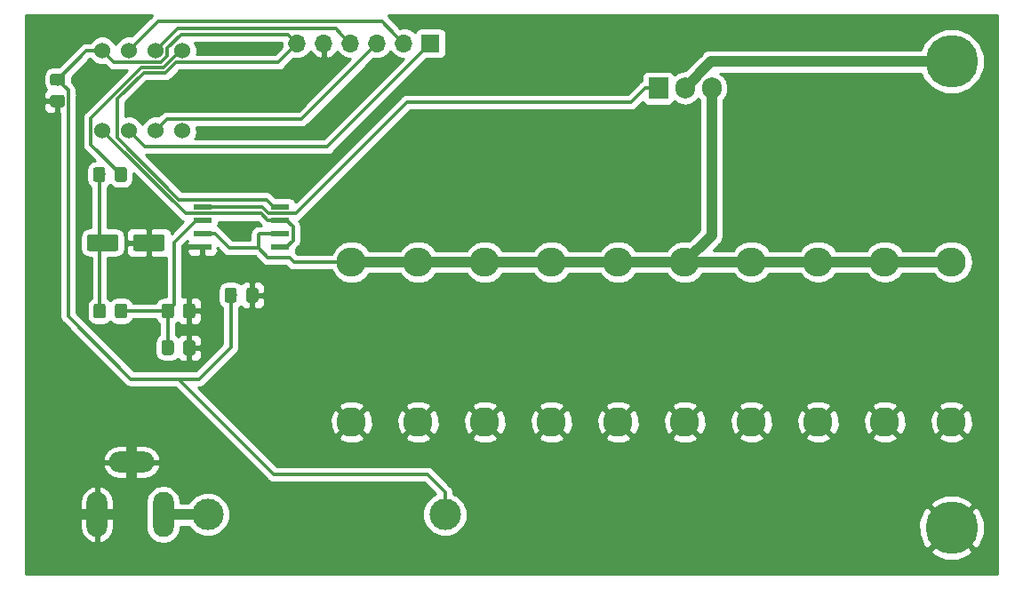
<source format=gtl>
G04 #@! TF.GenerationSoftware,KiCad,Pcbnew,(5.0.2)-1*
G04 #@! TF.CreationDate,2019-02-19T19:48:52+01:00*
G04 #@! TF.ProjectId,rload,726c6f61-642e-46b6-9963-61645f706362,rev?*
G04 #@! TF.SameCoordinates,Original*
G04 #@! TF.FileFunction,Copper,L1,Top*
G04 #@! TF.FilePolarity,Positive*
%FSLAX46Y46*%
G04 Gerber Fmt 4.6, Leading zero omitted, Abs format (unit mm)*
G04 Created by KiCad (PCBNEW (5.0.2)-1) date 19.02.2019 19:48:52*
%MOMM*%
%LPD*%
G01*
G04 APERTURE LIST*
G04 #@! TA.AperFunction,ComponentPad*
%ADD10C,5.000000*%
G04 #@! TD*
G04 #@! TA.AperFunction,ComponentPad*
%ADD11C,3.000000*%
G04 #@! TD*
G04 #@! TA.AperFunction,ComponentPad*
%ADD12O,4.300000X2.000000*%
G04 #@! TD*
G04 #@! TA.AperFunction,ComponentPad*
%ADD13O,2.000000X4.300000*%
G04 #@! TD*
G04 #@! TA.AperFunction,ComponentPad*
%ADD14C,1.524000*%
G04 #@! TD*
G04 #@! TA.AperFunction,Conductor*
%ADD15C,0.100000*%
G04 #@! TD*
G04 #@! TA.AperFunction,SMDPad,CuDef*
%ADD16C,1.600000*%
G04 #@! TD*
G04 #@! TA.AperFunction,SMDPad,CuDef*
%ADD17C,1.150000*%
G04 #@! TD*
G04 #@! TA.AperFunction,ComponentPad*
%ADD18O,1.700000X1.700000*%
G04 #@! TD*
G04 #@! TA.AperFunction,ComponentPad*
%ADD19R,1.700000X1.700000*%
G04 #@! TD*
G04 #@! TA.AperFunction,SMDPad,CuDef*
%ADD20R,1.750000X0.550000*%
G04 #@! TD*
G04 #@! TA.AperFunction,ComponentPad*
%ADD21O,1.905000X2.000000*%
G04 #@! TD*
G04 #@! TA.AperFunction,ComponentPad*
%ADD22R,1.905000X2.000000*%
G04 #@! TD*
G04 #@! TA.AperFunction,ComponentPad*
%ADD23O,2.800000X2.800000*%
G04 #@! TD*
G04 #@! TA.AperFunction,ComponentPad*
%ADD24C,2.800000*%
G04 #@! TD*
G04 #@! TA.AperFunction,ViaPad*
%ADD25C,0.800000*%
G04 #@! TD*
G04 #@! TA.AperFunction,Conductor*
%ADD26C,0.300000*%
G04 #@! TD*
G04 #@! TA.AperFunction,Conductor*
%ADD27C,1.000000*%
G04 #@! TD*
G04 #@! TA.AperFunction,Conductor*
%ADD28C,0.254000*%
G04 #@! TD*
G04 APERTURE END LIST*
D10*
G04 #@! TO.P,J1,1*
G04 #@! TO.N,Net-(J1-Pad1)*
X199390000Y-77470000D03*
G04 #@! TD*
G04 #@! TO.P,J2,1*
G04 #@! TO.N,GND*
X199390000Y-121920000D03*
G04 #@! TD*
D11*
G04 #@! TO.P,F1,2*
G04 #@! TO.N,Net-(F1-Pad2)*
X128530000Y-120650000D03*
G04 #@! TO.P,F1,1*
G04 #@! TO.N,+5V*
X151130000Y-120650000D03*
G04 #@! TD*
D12*
G04 #@! TO.P,J4,3*
G04 #@! TO.N,GND*
X121290000Y-115650000D03*
D13*
G04 #@! TO.P,J4,2*
X117990000Y-120650000D03*
G04 #@! TO.P,J4,1*
G04 #@! TO.N,Net-(F1-Pad2)*
X124290000Y-120650000D03*
G04 #@! TD*
D14*
G04 #@! TO.P,U1,8*
G04 #@! TO.N,ADC*
X118500000Y-84060000D03*
G04 #@! TO.P,U1,7*
G04 #@! TO.N,SI*
X121040000Y-84060000D03*
G04 #@! TO.P,U1,6*
G04 #@! TO.N,RS*
X123580000Y-84060000D03*
G04 #@! TO.P,U1,5*
G04 #@! TO.N,GND*
X126120000Y-84060000D03*
G04 #@! TO.P,U1,4*
G04 #@! TO.N,PWM*
X126120000Y-76440000D03*
G04 #@! TO.P,U1,3*
G04 #@! TO.N,CSB*
X123580000Y-76440000D03*
G04 #@! TO.P,U1,2*
G04 #@! TO.N,SCLK*
X121040000Y-76440000D03*
G04 #@! TO.P,U1,1*
G04 #@! TO.N,+5V*
X118500000Y-76440000D03*
G04 #@! TD*
D15*
G04 #@! TO.N,GND*
G04 #@! TO.C,C3*
G36*
X124204504Y-93951204D02*
X124228773Y-93954804D01*
X124252571Y-93960765D01*
X124275671Y-93969030D01*
X124297849Y-93979520D01*
X124318893Y-93992133D01*
X124338598Y-94006747D01*
X124356777Y-94023223D01*
X124373253Y-94041402D01*
X124387867Y-94061107D01*
X124400480Y-94082151D01*
X124410970Y-94104329D01*
X124419235Y-94127429D01*
X124425196Y-94151227D01*
X124428796Y-94175496D01*
X124430000Y-94200000D01*
X124430000Y-95300000D01*
X124428796Y-95324504D01*
X124425196Y-95348773D01*
X124419235Y-95372571D01*
X124410970Y-95395671D01*
X124400480Y-95417849D01*
X124387867Y-95438893D01*
X124373253Y-95458598D01*
X124356777Y-95476777D01*
X124338598Y-95493253D01*
X124318893Y-95507867D01*
X124297849Y-95520480D01*
X124275671Y-95530970D01*
X124252571Y-95539235D01*
X124228773Y-95545196D01*
X124204504Y-95548796D01*
X124180000Y-95550000D01*
X121680000Y-95550000D01*
X121655496Y-95548796D01*
X121631227Y-95545196D01*
X121607429Y-95539235D01*
X121584329Y-95530970D01*
X121562151Y-95520480D01*
X121541107Y-95507867D01*
X121521402Y-95493253D01*
X121503223Y-95476777D01*
X121486747Y-95458598D01*
X121472133Y-95438893D01*
X121459520Y-95417849D01*
X121449030Y-95395671D01*
X121440765Y-95372571D01*
X121434804Y-95348773D01*
X121431204Y-95324504D01*
X121430000Y-95300000D01*
X121430000Y-94200000D01*
X121431204Y-94175496D01*
X121434804Y-94151227D01*
X121440765Y-94127429D01*
X121449030Y-94104329D01*
X121459520Y-94082151D01*
X121472133Y-94061107D01*
X121486747Y-94041402D01*
X121503223Y-94023223D01*
X121521402Y-94006747D01*
X121541107Y-93992133D01*
X121562151Y-93979520D01*
X121584329Y-93969030D01*
X121607429Y-93960765D01*
X121631227Y-93954804D01*
X121655496Y-93951204D01*
X121680000Y-93950000D01*
X124180000Y-93950000D01*
X124204504Y-93951204D01*
X124204504Y-93951204D01*
G37*
D16*
G04 #@! TD*
G04 #@! TO.P,C3,2*
G04 #@! TO.N,GND*
X122930000Y-94750000D03*
D15*
G04 #@! TO.N,Net-(C3-Pad1)*
G04 #@! TO.C,C3*
G36*
X119804504Y-93951204D02*
X119828773Y-93954804D01*
X119852571Y-93960765D01*
X119875671Y-93969030D01*
X119897849Y-93979520D01*
X119918893Y-93992133D01*
X119938598Y-94006747D01*
X119956777Y-94023223D01*
X119973253Y-94041402D01*
X119987867Y-94061107D01*
X120000480Y-94082151D01*
X120010970Y-94104329D01*
X120019235Y-94127429D01*
X120025196Y-94151227D01*
X120028796Y-94175496D01*
X120030000Y-94200000D01*
X120030000Y-95300000D01*
X120028796Y-95324504D01*
X120025196Y-95348773D01*
X120019235Y-95372571D01*
X120010970Y-95395671D01*
X120000480Y-95417849D01*
X119987867Y-95438893D01*
X119973253Y-95458598D01*
X119956777Y-95476777D01*
X119938598Y-95493253D01*
X119918893Y-95507867D01*
X119897849Y-95520480D01*
X119875671Y-95530970D01*
X119852571Y-95539235D01*
X119828773Y-95545196D01*
X119804504Y-95548796D01*
X119780000Y-95550000D01*
X117280000Y-95550000D01*
X117255496Y-95548796D01*
X117231227Y-95545196D01*
X117207429Y-95539235D01*
X117184329Y-95530970D01*
X117162151Y-95520480D01*
X117141107Y-95507867D01*
X117121402Y-95493253D01*
X117103223Y-95476777D01*
X117086747Y-95458598D01*
X117072133Y-95438893D01*
X117059520Y-95417849D01*
X117049030Y-95395671D01*
X117040765Y-95372571D01*
X117034804Y-95348773D01*
X117031204Y-95324504D01*
X117030000Y-95300000D01*
X117030000Y-94200000D01*
X117031204Y-94175496D01*
X117034804Y-94151227D01*
X117040765Y-94127429D01*
X117049030Y-94104329D01*
X117059520Y-94082151D01*
X117072133Y-94061107D01*
X117086747Y-94041402D01*
X117103223Y-94023223D01*
X117121402Y-94006747D01*
X117141107Y-93992133D01*
X117162151Y-93979520D01*
X117184329Y-93969030D01*
X117207429Y-93960765D01*
X117231227Y-93954804D01*
X117255496Y-93951204D01*
X117280000Y-93950000D01*
X119780000Y-93950000D01*
X119804504Y-93951204D01*
X119804504Y-93951204D01*
G37*
D16*
G04 #@! TD*
G04 #@! TO.P,C3,1*
G04 #@! TO.N,Net-(C3-Pad1)*
X118530000Y-94750000D03*
D15*
G04 #@! TO.N,GND*
G04 #@! TO.C,C2*
G36*
X133129505Y-99051204D02*
X133153773Y-99054804D01*
X133177572Y-99060765D01*
X133200671Y-99069030D01*
X133222850Y-99079520D01*
X133243893Y-99092132D01*
X133263599Y-99106747D01*
X133281777Y-99123223D01*
X133298253Y-99141401D01*
X133312868Y-99161107D01*
X133325480Y-99182150D01*
X133335970Y-99204329D01*
X133344235Y-99227428D01*
X133350196Y-99251227D01*
X133353796Y-99275495D01*
X133355000Y-99299999D01*
X133355000Y-100200001D01*
X133353796Y-100224505D01*
X133350196Y-100248773D01*
X133344235Y-100272572D01*
X133335970Y-100295671D01*
X133325480Y-100317850D01*
X133312868Y-100338893D01*
X133298253Y-100358599D01*
X133281777Y-100376777D01*
X133263599Y-100393253D01*
X133243893Y-100407868D01*
X133222850Y-100420480D01*
X133200671Y-100430970D01*
X133177572Y-100439235D01*
X133153773Y-100445196D01*
X133129505Y-100448796D01*
X133105001Y-100450000D01*
X132454999Y-100450000D01*
X132430495Y-100448796D01*
X132406227Y-100445196D01*
X132382428Y-100439235D01*
X132359329Y-100430970D01*
X132337150Y-100420480D01*
X132316107Y-100407868D01*
X132296401Y-100393253D01*
X132278223Y-100376777D01*
X132261747Y-100358599D01*
X132247132Y-100338893D01*
X132234520Y-100317850D01*
X132224030Y-100295671D01*
X132215765Y-100272572D01*
X132209804Y-100248773D01*
X132206204Y-100224505D01*
X132205000Y-100200001D01*
X132205000Y-99299999D01*
X132206204Y-99275495D01*
X132209804Y-99251227D01*
X132215765Y-99227428D01*
X132224030Y-99204329D01*
X132234520Y-99182150D01*
X132247132Y-99161107D01*
X132261747Y-99141401D01*
X132278223Y-99123223D01*
X132296401Y-99106747D01*
X132316107Y-99092132D01*
X132337150Y-99079520D01*
X132359329Y-99069030D01*
X132382428Y-99060765D01*
X132406227Y-99054804D01*
X132430495Y-99051204D01*
X132454999Y-99050000D01*
X133105001Y-99050000D01*
X133129505Y-99051204D01*
X133129505Y-99051204D01*
G37*
D17*
G04 #@! TD*
G04 #@! TO.P,C2,2*
G04 #@! TO.N,GND*
X132780000Y-99750000D03*
D15*
G04 #@! TO.N,+5V*
G04 #@! TO.C,C2*
G36*
X131079505Y-99051204D02*
X131103773Y-99054804D01*
X131127572Y-99060765D01*
X131150671Y-99069030D01*
X131172850Y-99079520D01*
X131193893Y-99092132D01*
X131213599Y-99106747D01*
X131231777Y-99123223D01*
X131248253Y-99141401D01*
X131262868Y-99161107D01*
X131275480Y-99182150D01*
X131285970Y-99204329D01*
X131294235Y-99227428D01*
X131300196Y-99251227D01*
X131303796Y-99275495D01*
X131305000Y-99299999D01*
X131305000Y-100200001D01*
X131303796Y-100224505D01*
X131300196Y-100248773D01*
X131294235Y-100272572D01*
X131285970Y-100295671D01*
X131275480Y-100317850D01*
X131262868Y-100338893D01*
X131248253Y-100358599D01*
X131231777Y-100376777D01*
X131213599Y-100393253D01*
X131193893Y-100407868D01*
X131172850Y-100420480D01*
X131150671Y-100430970D01*
X131127572Y-100439235D01*
X131103773Y-100445196D01*
X131079505Y-100448796D01*
X131055001Y-100450000D01*
X130404999Y-100450000D01*
X130380495Y-100448796D01*
X130356227Y-100445196D01*
X130332428Y-100439235D01*
X130309329Y-100430970D01*
X130287150Y-100420480D01*
X130266107Y-100407868D01*
X130246401Y-100393253D01*
X130228223Y-100376777D01*
X130211747Y-100358599D01*
X130197132Y-100338893D01*
X130184520Y-100317850D01*
X130174030Y-100295671D01*
X130165765Y-100272572D01*
X130159804Y-100248773D01*
X130156204Y-100224505D01*
X130155000Y-100200001D01*
X130155000Y-99299999D01*
X130156204Y-99275495D01*
X130159804Y-99251227D01*
X130165765Y-99227428D01*
X130174030Y-99204329D01*
X130184520Y-99182150D01*
X130197132Y-99161107D01*
X130211747Y-99141401D01*
X130228223Y-99123223D01*
X130246401Y-99106747D01*
X130266107Y-99092132D01*
X130287150Y-99079520D01*
X130309329Y-99069030D01*
X130332428Y-99060765D01*
X130356227Y-99054804D01*
X130380495Y-99051204D01*
X130404999Y-99050000D01*
X131055001Y-99050000D01*
X131079505Y-99051204D01*
X131079505Y-99051204D01*
G37*
D17*
G04 #@! TD*
G04 #@! TO.P,C2,1*
G04 #@! TO.N,+5V*
X130730000Y-99750000D03*
D15*
G04 #@! TO.N,GND*
G04 #@! TO.C,C4*
G36*
X127129505Y-104051204D02*
X127153773Y-104054804D01*
X127177572Y-104060765D01*
X127200671Y-104069030D01*
X127222850Y-104079520D01*
X127243893Y-104092132D01*
X127263599Y-104106747D01*
X127281777Y-104123223D01*
X127298253Y-104141401D01*
X127312868Y-104161107D01*
X127325480Y-104182150D01*
X127335970Y-104204329D01*
X127344235Y-104227428D01*
X127350196Y-104251227D01*
X127353796Y-104275495D01*
X127355000Y-104299999D01*
X127355000Y-105200001D01*
X127353796Y-105224505D01*
X127350196Y-105248773D01*
X127344235Y-105272572D01*
X127335970Y-105295671D01*
X127325480Y-105317850D01*
X127312868Y-105338893D01*
X127298253Y-105358599D01*
X127281777Y-105376777D01*
X127263599Y-105393253D01*
X127243893Y-105407868D01*
X127222850Y-105420480D01*
X127200671Y-105430970D01*
X127177572Y-105439235D01*
X127153773Y-105445196D01*
X127129505Y-105448796D01*
X127105001Y-105450000D01*
X126454999Y-105450000D01*
X126430495Y-105448796D01*
X126406227Y-105445196D01*
X126382428Y-105439235D01*
X126359329Y-105430970D01*
X126337150Y-105420480D01*
X126316107Y-105407868D01*
X126296401Y-105393253D01*
X126278223Y-105376777D01*
X126261747Y-105358599D01*
X126247132Y-105338893D01*
X126234520Y-105317850D01*
X126224030Y-105295671D01*
X126215765Y-105272572D01*
X126209804Y-105248773D01*
X126206204Y-105224505D01*
X126205000Y-105200001D01*
X126205000Y-104299999D01*
X126206204Y-104275495D01*
X126209804Y-104251227D01*
X126215765Y-104227428D01*
X126224030Y-104204329D01*
X126234520Y-104182150D01*
X126247132Y-104161107D01*
X126261747Y-104141401D01*
X126278223Y-104123223D01*
X126296401Y-104106747D01*
X126316107Y-104092132D01*
X126337150Y-104079520D01*
X126359329Y-104069030D01*
X126382428Y-104060765D01*
X126406227Y-104054804D01*
X126430495Y-104051204D01*
X126454999Y-104050000D01*
X127105001Y-104050000D01*
X127129505Y-104051204D01*
X127129505Y-104051204D01*
G37*
D17*
G04 #@! TD*
G04 #@! TO.P,C4,2*
G04 #@! TO.N,GND*
X126780000Y-104750000D03*
D15*
G04 #@! TO.N,Net-(C4-Pad1)*
G04 #@! TO.C,C4*
G36*
X125079505Y-104051204D02*
X125103773Y-104054804D01*
X125127572Y-104060765D01*
X125150671Y-104069030D01*
X125172850Y-104079520D01*
X125193893Y-104092132D01*
X125213599Y-104106747D01*
X125231777Y-104123223D01*
X125248253Y-104141401D01*
X125262868Y-104161107D01*
X125275480Y-104182150D01*
X125285970Y-104204329D01*
X125294235Y-104227428D01*
X125300196Y-104251227D01*
X125303796Y-104275495D01*
X125305000Y-104299999D01*
X125305000Y-105200001D01*
X125303796Y-105224505D01*
X125300196Y-105248773D01*
X125294235Y-105272572D01*
X125285970Y-105295671D01*
X125275480Y-105317850D01*
X125262868Y-105338893D01*
X125248253Y-105358599D01*
X125231777Y-105376777D01*
X125213599Y-105393253D01*
X125193893Y-105407868D01*
X125172850Y-105420480D01*
X125150671Y-105430970D01*
X125127572Y-105439235D01*
X125103773Y-105445196D01*
X125079505Y-105448796D01*
X125055001Y-105450000D01*
X124404999Y-105450000D01*
X124380495Y-105448796D01*
X124356227Y-105445196D01*
X124332428Y-105439235D01*
X124309329Y-105430970D01*
X124287150Y-105420480D01*
X124266107Y-105407868D01*
X124246401Y-105393253D01*
X124228223Y-105376777D01*
X124211747Y-105358599D01*
X124197132Y-105338893D01*
X124184520Y-105317850D01*
X124174030Y-105295671D01*
X124165765Y-105272572D01*
X124159804Y-105248773D01*
X124156204Y-105224505D01*
X124155000Y-105200001D01*
X124155000Y-104299999D01*
X124156204Y-104275495D01*
X124159804Y-104251227D01*
X124165765Y-104227428D01*
X124174030Y-104204329D01*
X124184520Y-104182150D01*
X124197132Y-104161107D01*
X124211747Y-104141401D01*
X124228223Y-104123223D01*
X124246401Y-104106747D01*
X124266107Y-104092132D01*
X124287150Y-104079520D01*
X124309329Y-104069030D01*
X124332428Y-104060765D01*
X124356227Y-104054804D01*
X124380495Y-104051204D01*
X124404999Y-104050000D01*
X125055001Y-104050000D01*
X125079505Y-104051204D01*
X125079505Y-104051204D01*
G37*
D17*
G04 #@! TD*
G04 #@! TO.P,C4,1*
G04 #@! TO.N,Net-(C4-Pad1)*
X124730000Y-104750000D03*
D18*
G04 #@! TO.P,J3,6*
G04 #@! TO.N,+5V*
X137070000Y-75750000D03*
G04 #@! TO.P,J3,5*
G04 #@! TO.N,GND*
X139610000Y-75750000D03*
G04 #@! TO.P,J3,4*
G04 #@! TO.N,CSB*
X142150000Y-75750000D03*
G04 #@! TO.P,J3,3*
G04 #@! TO.N,RS*
X144690000Y-75750000D03*
G04 #@! TO.P,J3,2*
G04 #@! TO.N,SCLK*
X147230000Y-75750000D03*
D19*
G04 #@! TO.P,J3,1*
G04 #@! TO.N,SI*
X149770000Y-75750000D03*
G04 #@! TD*
D20*
G04 #@! TO.P,U2,8*
G04 #@! TO.N,+5V*
X135430000Y-91345000D03*
G04 #@! TO.P,U2,7*
G04 #@! TO.N,ADC*
X135430000Y-92615000D03*
G04 #@! TO.P,U2,6*
G04 #@! TO.N,I_SENSE*
X135430000Y-93885000D03*
G04 #@! TO.P,U2,5*
G04 #@! TO.N,ADC*
X135430000Y-95155000D03*
G04 #@! TO.P,U2,4*
G04 #@! TO.N,GND*
X128030000Y-95155000D03*
G04 #@! TO.P,U2,3*
G04 #@! TO.N,I_SENSE*
X128030000Y-93885000D03*
G04 #@! TO.P,U2,2*
G04 #@! TO.N,Net-(C4-Pad1)*
X128030000Y-92615000D03*
G04 #@! TO.P,U2,1*
G04 #@! TO.N,Net-(Q1-Pad1)*
X128030000Y-91345000D03*
G04 #@! TD*
D21*
G04 #@! TO.P,Q1,3*
G04 #@! TO.N,I_SENSE*
X176530000Y-80010000D03*
G04 #@! TO.P,Q1,2*
G04 #@! TO.N,Net-(J1-Pad1)*
X173990000Y-80010000D03*
D22*
G04 #@! TO.P,Q1,1*
G04 #@! TO.N,Net-(Q1-Pad1)*
X171450000Y-80010000D03*
G04 #@! TD*
D15*
G04 #@! TO.N,GND*
G04 #@! TO.C,R3*
G36*
X127129505Y-100551204D02*
X127153773Y-100554804D01*
X127177572Y-100560765D01*
X127200671Y-100569030D01*
X127222850Y-100579520D01*
X127243893Y-100592132D01*
X127263599Y-100606747D01*
X127281777Y-100623223D01*
X127298253Y-100641401D01*
X127312868Y-100661107D01*
X127325480Y-100682150D01*
X127335970Y-100704329D01*
X127344235Y-100727428D01*
X127350196Y-100751227D01*
X127353796Y-100775495D01*
X127355000Y-100799999D01*
X127355000Y-101700001D01*
X127353796Y-101724505D01*
X127350196Y-101748773D01*
X127344235Y-101772572D01*
X127335970Y-101795671D01*
X127325480Y-101817850D01*
X127312868Y-101838893D01*
X127298253Y-101858599D01*
X127281777Y-101876777D01*
X127263599Y-101893253D01*
X127243893Y-101907868D01*
X127222850Y-101920480D01*
X127200671Y-101930970D01*
X127177572Y-101939235D01*
X127153773Y-101945196D01*
X127129505Y-101948796D01*
X127105001Y-101950000D01*
X126454999Y-101950000D01*
X126430495Y-101948796D01*
X126406227Y-101945196D01*
X126382428Y-101939235D01*
X126359329Y-101930970D01*
X126337150Y-101920480D01*
X126316107Y-101907868D01*
X126296401Y-101893253D01*
X126278223Y-101876777D01*
X126261747Y-101858599D01*
X126247132Y-101838893D01*
X126234520Y-101817850D01*
X126224030Y-101795671D01*
X126215765Y-101772572D01*
X126209804Y-101748773D01*
X126206204Y-101724505D01*
X126205000Y-101700001D01*
X126205000Y-100799999D01*
X126206204Y-100775495D01*
X126209804Y-100751227D01*
X126215765Y-100727428D01*
X126224030Y-100704329D01*
X126234520Y-100682150D01*
X126247132Y-100661107D01*
X126261747Y-100641401D01*
X126278223Y-100623223D01*
X126296401Y-100606747D01*
X126316107Y-100592132D01*
X126337150Y-100579520D01*
X126359329Y-100569030D01*
X126382428Y-100560765D01*
X126406227Y-100554804D01*
X126430495Y-100551204D01*
X126454999Y-100550000D01*
X127105001Y-100550000D01*
X127129505Y-100551204D01*
X127129505Y-100551204D01*
G37*
D17*
G04 #@! TD*
G04 #@! TO.P,R3,2*
G04 #@! TO.N,GND*
X126780000Y-101250000D03*
D15*
G04 #@! TO.N,Net-(C4-Pad1)*
G04 #@! TO.C,R3*
G36*
X125079505Y-100551204D02*
X125103773Y-100554804D01*
X125127572Y-100560765D01*
X125150671Y-100569030D01*
X125172850Y-100579520D01*
X125193893Y-100592132D01*
X125213599Y-100606747D01*
X125231777Y-100623223D01*
X125248253Y-100641401D01*
X125262868Y-100661107D01*
X125275480Y-100682150D01*
X125285970Y-100704329D01*
X125294235Y-100727428D01*
X125300196Y-100751227D01*
X125303796Y-100775495D01*
X125305000Y-100799999D01*
X125305000Y-101700001D01*
X125303796Y-101724505D01*
X125300196Y-101748773D01*
X125294235Y-101772572D01*
X125285970Y-101795671D01*
X125275480Y-101817850D01*
X125262868Y-101838893D01*
X125248253Y-101858599D01*
X125231777Y-101876777D01*
X125213599Y-101893253D01*
X125193893Y-101907868D01*
X125172850Y-101920480D01*
X125150671Y-101930970D01*
X125127572Y-101939235D01*
X125103773Y-101945196D01*
X125079505Y-101948796D01*
X125055001Y-101950000D01*
X124404999Y-101950000D01*
X124380495Y-101948796D01*
X124356227Y-101945196D01*
X124332428Y-101939235D01*
X124309329Y-101930970D01*
X124287150Y-101920480D01*
X124266107Y-101907868D01*
X124246401Y-101893253D01*
X124228223Y-101876777D01*
X124211747Y-101858599D01*
X124197132Y-101838893D01*
X124184520Y-101817850D01*
X124174030Y-101795671D01*
X124165765Y-101772572D01*
X124159804Y-101748773D01*
X124156204Y-101724505D01*
X124155000Y-101700001D01*
X124155000Y-100799999D01*
X124156204Y-100775495D01*
X124159804Y-100751227D01*
X124165765Y-100727428D01*
X124174030Y-100704329D01*
X124184520Y-100682150D01*
X124197132Y-100661107D01*
X124211747Y-100641401D01*
X124228223Y-100623223D01*
X124246401Y-100606747D01*
X124266107Y-100592132D01*
X124287150Y-100579520D01*
X124309329Y-100569030D01*
X124332428Y-100560765D01*
X124356227Y-100554804D01*
X124380495Y-100551204D01*
X124404999Y-100550000D01*
X125055001Y-100550000D01*
X125079505Y-100551204D01*
X125079505Y-100551204D01*
G37*
D17*
G04 #@! TD*
G04 #@! TO.P,R3,1*
G04 #@! TO.N,Net-(C4-Pad1)*
X124730000Y-101250000D03*
D15*
G04 #@! TO.N,Net-(C4-Pad1)*
G04 #@! TO.C,R2*
G36*
X120629505Y-100551204D02*
X120653773Y-100554804D01*
X120677572Y-100560765D01*
X120700671Y-100569030D01*
X120722850Y-100579520D01*
X120743893Y-100592132D01*
X120763599Y-100606747D01*
X120781777Y-100623223D01*
X120798253Y-100641401D01*
X120812868Y-100661107D01*
X120825480Y-100682150D01*
X120835970Y-100704329D01*
X120844235Y-100727428D01*
X120850196Y-100751227D01*
X120853796Y-100775495D01*
X120855000Y-100799999D01*
X120855000Y-101700001D01*
X120853796Y-101724505D01*
X120850196Y-101748773D01*
X120844235Y-101772572D01*
X120835970Y-101795671D01*
X120825480Y-101817850D01*
X120812868Y-101838893D01*
X120798253Y-101858599D01*
X120781777Y-101876777D01*
X120763599Y-101893253D01*
X120743893Y-101907868D01*
X120722850Y-101920480D01*
X120700671Y-101930970D01*
X120677572Y-101939235D01*
X120653773Y-101945196D01*
X120629505Y-101948796D01*
X120605001Y-101950000D01*
X119954999Y-101950000D01*
X119930495Y-101948796D01*
X119906227Y-101945196D01*
X119882428Y-101939235D01*
X119859329Y-101930970D01*
X119837150Y-101920480D01*
X119816107Y-101907868D01*
X119796401Y-101893253D01*
X119778223Y-101876777D01*
X119761747Y-101858599D01*
X119747132Y-101838893D01*
X119734520Y-101817850D01*
X119724030Y-101795671D01*
X119715765Y-101772572D01*
X119709804Y-101748773D01*
X119706204Y-101724505D01*
X119705000Y-101700001D01*
X119705000Y-100799999D01*
X119706204Y-100775495D01*
X119709804Y-100751227D01*
X119715765Y-100727428D01*
X119724030Y-100704329D01*
X119734520Y-100682150D01*
X119747132Y-100661107D01*
X119761747Y-100641401D01*
X119778223Y-100623223D01*
X119796401Y-100606747D01*
X119816107Y-100592132D01*
X119837150Y-100579520D01*
X119859329Y-100569030D01*
X119882428Y-100560765D01*
X119906227Y-100554804D01*
X119930495Y-100551204D01*
X119954999Y-100550000D01*
X120605001Y-100550000D01*
X120629505Y-100551204D01*
X120629505Y-100551204D01*
G37*
D17*
G04 #@! TD*
G04 #@! TO.P,R2,2*
G04 #@! TO.N,Net-(C4-Pad1)*
X120280000Y-101250000D03*
D15*
G04 #@! TO.N,Net-(C3-Pad1)*
G04 #@! TO.C,R2*
G36*
X118579505Y-100551204D02*
X118603773Y-100554804D01*
X118627572Y-100560765D01*
X118650671Y-100569030D01*
X118672850Y-100579520D01*
X118693893Y-100592132D01*
X118713599Y-100606747D01*
X118731777Y-100623223D01*
X118748253Y-100641401D01*
X118762868Y-100661107D01*
X118775480Y-100682150D01*
X118785970Y-100704329D01*
X118794235Y-100727428D01*
X118800196Y-100751227D01*
X118803796Y-100775495D01*
X118805000Y-100799999D01*
X118805000Y-101700001D01*
X118803796Y-101724505D01*
X118800196Y-101748773D01*
X118794235Y-101772572D01*
X118785970Y-101795671D01*
X118775480Y-101817850D01*
X118762868Y-101838893D01*
X118748253Y-101858599D01*
X118731777Y-101876777D01*
X118713599Y-101893253D01*
X118693893Y-101907868D01*
X118672850Y-101920480D01*
X118650671Y-101930970D01*
X118627572Y-101939235D01*
X118603773Y-101945196D01*
X118579505Y-101948796D01*
X118555001Y-101950000D01*
X117904999Y-101950000D01*
X117880495Y-101948796D01*
X117856227Y-101945196D01*
X117832428Y-101939235D01*
X117809329Y-101930970D01*
X117787150Y-101920480D01*
X117766107Y-101907868D01*
X117746401Y-101893253D01*
X117728223Y-101876777D01*
X117711747Y-101858599D01*
X117697132Y-101838893D01*
X117684520Y-101817850D01*
X117674030Y-101795671D01*
X117665765Y-101772572D01*
X117659804Y-101748773D01*
X117656204Y-101724505D01*
X117655000Y-101700001D01*
X117655000Y-100799999D01*
X117656204Y-100775495D01*
X117659804Y-100751227D01*
X117665765Y-100727428D01*
X117674030Y-100704329D01*
X117684520Y-100682150D01*
X117697132Y-100661107D01*
X117711747Y-100641401D01*
X117728223Y-100623223D01*
X117746401Y-100606747D01*
X117766107Y-100592132D01*
X117787150Y-100579520D01*
X117809329Y-100569030D01*
X117832428Y-100560765D01*
X117856227Y-100554804D01*
X117880495Y-100551204D01*
X117904999Y-100550000D01*
X118555001Y-100550000D01*
X118579505Y-100551204D01*
X118579505Y-100551204D01*
G37*
D17*
G04 #@! TD*
G04 #@! TO.P,R2,1*
G04 #@! TO.N,Net-(C3-Pad1)*
X118230000Y-101250000D03*
D15*
G04 #@! TO.N,PWM*
G04 #@! TO.C,R1*
G36*
X120604505Y-87551204D02*
X120628773Y-87554804D01*
X120652572Y-87560765D01*
X120675671Y-87569030D01*
X120697850Y-87579520D01*
X120718893Y-87592132D01*
X120738599Y-87606747D01*
X120756777Y-87623223D01*
X120773253Y-87641401D01*
X120787868Y-87661107D01*
X120800480Y-87682150D01*
X120810970Y-87704329D01*
X120819235Y-87727428D01*
X120825196Y-87751227D01*
X120828796Y-87775495D01*
X120830000Y-87799999D01*
X120830000Y-88700001D01*
X120828796Y-88724505D01*
X120825196Y-88748773D01*
X120819235Y-88772572D01*
X120810970Y-88795671D01*
X120800480Y-88817850D01*
X120787868Y-88838893D01*
X120773253Y-88858599D01*
X120756777Y-88876777D01*
X120738599Y-88893253D01*
X120718893Y-88907868D01*
X120697850Y-88920480D01*
X120675671Y-88930970D01*
X120652572Y-88939235D01*
X120628773Y-88945196D01*
X120604505Y-88948796D01*
X120580001Y-88950000D01*
X119929999Y-88950000D01*
X119905495Y-88948796D01*
X119881227Y-88945196D01*
X119857428Y-88939235D01*
X119834329Y-88930970D01*
X119812150Y-88920480D01*
X119791107Y-88907868D01*
X119771401Y-88893253D01*
X119753223Y-88876777D01*
X119736747Y-88858599D01*
X119722132Y-88838893D01*
X119709520Y-88817850D01*
X119699030Y-88795671D01*
X119690765Y-88772572D01*
X119684804Y-88748773D01*
X119681204Y-88724505D01*
X119680000Y-88700001D01*
X119680000Y-87799999D01*
X119681204Y-87775495D01*
X119684804Y-87751227D01*
X119690765Y-87727428D01*
X119699030Y-87704329D01*
X119709520Y-87682150D01*
X119722132Y-87661107D01*
X119736747Y-87641401D01*
X119753223Y-87623223D01*
X119771401Y-87606747D01*
X119791107Y-87592132D01*
X119812150Y-87579520D01*
X119834329Y-87569030D01*
X119857428Y-87560765D01*
X119881227Y-87554804D01*
X119905495Y-87551204D01*
X119929999Y-87550000D01*
X120580001Y-87550000D01*
X120604505Y-87551204D01*
X120604505Y-87551204D01*
G37*
D17*
G04 #@! TD*
G04 #@! TO.P,R1,2*
G04 #@! TO.N,PWM*
X120255000Y-88250000D03*
D15*
G04 #@! TO.N,Net-(C3-Pad1)*
G04 #@! TO.C,R1*
G36*
X118554505Y-87551204D02*
X118578773Y-87554804D01*
X118602572Y-87560765D01*
X118625671Y-87569030D01*
X118647850Y-87579520D01*
X118668893Y-87592132D01*
X118688599Y-87606747D01*
X118706777Y-87623223D01*
X118723253Y-87641401D01*
X118737868Y-87661107D01*
X118750480Y-87682150D01*
X118760970Y-87704329D01*
X118769235Y-87727428D01*
X118775196Y-87751227D01*
X118778796Y-87775495D01*
X118780000Y-87799999D01*
X118780000Y-88700001D01*
X118778796Y-88724505D01*
X118775196Y-88748773D01*
X118769235Y-88772572D01*
X118760970Y-88795671D01*
X118750480Y-88817850D01*
X118737868Y-88838893D01*
X118723253Y-88858599D01*
X118706777Y-88876777D01*
X118688599Y-88893253D01*
X118668893Y-88907868D01*
X118647850Y-88920480D01*
X118625671Y-88930970D01*
X118602572Y-88939235D01*
X118578773Y-88945196D01*
X118554505Y-88948796D01*
X118530001Y-88950000D01*
X117879999Y-88950000D01*
X117855495Y-88948796D01*
X117831227Y-88945196D01*
X117807428Y-88939235D01*
X117784329Y-88930970D01*
X117762150Y-88920480D01*
X117741107Y-88907868D01*
X117721401Y-88893253D01*
X117703223Y-88876777D01*
X117686747Y-88858599D01*
X117672132Y-88838893D01*
X117659520Y-88817850D01*
X117649030Y-88795671D01*
X117640765Y-88772572D01*
X117634804Y-88748773D01*
X117631204Y-88724505D01*
X117630000Y-88700001D01*
X117630000Y-87799999D01*
X117631204Y-87775495D01*
X117634804Y-87751227D01*
X117640765Y-87727428D01*
X117649030Y-87704329D01*
X117659520Y-87682150D01*
X117672132Y-87661107D01*
X117686747Y-87641401D01*
X117703223Y-87623223D01*
X117721401Y-87606747D01*
X117741107Y-87592132D01*
X117762150Y-87579520D01*
X117784329Y-87569030D01*
X117807428Y-87560765D01*
X117831227Y-87554804D01*
X117855495Y-87551204D01*
X117879999Y-87550000D01*
X118530001Y-87550000D01*
X118554505Y-87551204D01*
X118554505Y-87551204D01*
G37*
D17*
G04 #@! TD*
G04 #@! TO.P,R1,1*
G04 #@! TO.N,Net-(C3-Pad1)*
X118205000Y-88250000D03*
D23*
G04 #@! TO.P,R8,2*
G04 #@! TO.N,I_SENSE*
X173983172Y-96591686D03*
D24*
G04 #@! TO.P,R8,1*
G04 #@! TO.N,GND*
X173983172Y-111831686D03*
G04 #@! TD*
D23*
G04 #@! TO.P,R7,2*
G04 #@! TO.N,I_SENSE*
X180333172Y-96577686D03*
D24*
G04 #@! TO.P,R7,1*
G04 #@! TO.N,GND*
X180333172Y-111817686D03*
G04 #@! TD*
D23*
G04 #@! TO.P,R6,2*
G04 #@! TO.N,I_SENSE*
X186683172Y-96577686D03*
D24*
G04 #@! TO.P,R6,1*
G04 #@! TO.N,GND*
X186683172Y-111817686D03*
G04 #@! TD*
D23*
G04 #@! TO.P,R5,2*
G04 #@! TO.N,I_SENSE*
X193033172Y-96577686D03*
D24*
G04 #@! TO.P,R5,1*
G04 #@! TO.N,GND*
X193033172Y-111817686D03*
G04 #@! TD*
D23*
G04 #@! TO.P,R4,2*
G04 #@! TO.N,I_SENSE*
X199383172Y-96577686D03*
D24*
G04 #@! TO.P,R4,1*
G04 #@! TO.N,GND*
X199383172Y-111817686D03*
G04 #@! TD*
D23*
G04 #@! TO.P,R9,2*
G04 #@! TO.N,I_SENSE*
X167633172Y-96591686D03*
D24*
G04 #@! TO.P,R9,1*
G04 #@! TO.N,GND*
X167633172Y-111831686D03*
G04 #@! TD*
D23*
G04 #@! TO.P,R10,2*
G04 #@! TO.N,I_SENSE*
X161283172Y-96591686D03*
D24*
G04 #@! TO.P,R10,1*
G04 #@! TO.N,GND*
X161283172Y-111831686D03*
G04 #@! TD*
D23*
G04 #@! TO.P,R11,2*
G04 #@! TO.N,I_SENSE*
X154933172Y-96591686D03*
D24*
G04 #@! TO.P,R11,1*
G04 #@! TO.N,GND*
X154933172Y-111831686D03*
G04 #@! TD*
D23*
G04 #@! TO.P,R12,2*
G04 #@! TO.N,I_SENSE*
X148583172Y-96591686D03*
D24*
G04 #@! TO.P,R12,1*
G04 #@! TO.N,GND*
X148583172Y-111831686D03*
G04 #@! TD*
D23*
G04 #@! TO.P,R13,2*
G04 #@! TO.N,I_SENSE*
X142233172Y-96591686D03*
D24*
G04 #@! TO.P,R13,1*
G04 #@! TO.N,GND*
X142233172Y-111831686D03*
G04 #@! TD*
D15*
G04 #@! TO.N,GND*
G04 #@! TO.C,C1*
G36*
X114704505Y-80676204D02*
X114728773Y-80679804D01*
X114752572Y-80685765D01*
X114775671Y-80694030D01*
X114797850Y-80704520D01*
X114818893Y-80717132D01*
X114838599Y-80731747D01*
X114856777Y-80748223D01*
X114873253Y-80766401D01*
X114887868Y-80786107D01*
X114900480Y-80807150D01*
X114910970Y-80829329D01*
X114919235Y-80852428D01*
X114925196Y-80876227D01*
X114928796Y-80900495D01*
X114930000Y-80924999D01*
X114930000Y-81575001D01*
X114928796Y-81599505D01*
X114925196Y-81623773D01*
X114919235Y-81647572D01*
X114910970Y-81670671D01*
X114900480Y-81692850D01*
X114887868Y-81713893D01*
X114873253Y-81733599D01*
X114856777Y-81751777D01*
X114838599Y-81768253D01*
X114818893Y-81782868D01*
X114797850Y-81795480D01*
X114775671Y-81805970D01*
X114752572Y-81814235D01*
X114728773Y-81820196D01*
X114704505Y-81823796D01*
X114680001Y-81825000D01*
X113779999Y-81825000D01*
X113755495Y-81823796D01*
X113731227Y-81820196D01*
X113707428Y-81814235D01*
X113684329Y-81805970D01*
X113662150Y-81795480D01*
X113641107Y-81782868D01*
X113621401Y-81768253D01*
X113603223Y-81751777D01*
X113586747Y-81733599D01*
X113572132Y-81713893D01*
X113559520Y-81692850D01*
X113549030Y-81670671D01*
X113540765Y-81647572D01*
X113534804Y-81623773D01*
X113531204Y-81599505D01*
X113530000Y-81575001D01*
X113530000Y-80924999D01*
X113531204Y-80900495D01*
X113534804Y-80876227D01*
X113540765Y-80852428D01*
X113549030Y-80829329D01*
X113559520Y-80807150D01*
X113572132Y-80786107D01*
X113586747Y-80766401D01*
X113603223Y-80748223D01*
X113621401Y-80731747D01*
X113641107Y-80717132D01*
X113662150Y-80704520D01*
X113684329Y-80694030D01*
X113707428Y-80685765D01*
X113731227Y-80679804D01*
X113755495Y-80676204D01*
X113779999Y-80675000D01*
X114680001Y-80675000D01*
X114704505Y-80676204D01*
X114704505Y-80676204D01*
G37*
D17*
G04 #@! TD*
G04 #@! TO.P,C1,2*
G04 #@! TO.N,GND*
X114230000Y-81250000D03*
D15*
G04 #@! TO.N,+5V*
G04 #@! TO.C,C1*
G36*
X114704505Y-78626204D02*
X114728773Y-78629804D01*
X114752572Y-78635765D01*
X114775671Y-78644030D01*
X114797850Y-78654520D01*
X114818893Y-78667132D01*
X114838599Y-78681747D01*
X114856777Y-78698223D01*
X114873253Y-78716401D01*
X114887868Y-78736107D01*
X114900480Y-78757150D01*
X114910970Y-78779329D01*
X114919235Y-78802428D01*
X114925196Y-78826227D01*
X114928796Y-78850495D01*
X114930000Y-78874999D01*
X114930000Y-79525001D01*
X114928796Y-79549505D01*
X114925196Y-79573773D01*
X114919235Y-79597572D01*
X114910970Y-79620671D01*
X114900480Y-79642850D01*
X114887868Y-79663893D01*
X114873253Y-79683599D01*
X114856777Y-79701777D01*
X114838599Y-79718253D01*
X114818893Y-79732868D01*
X114797850Y-79745480D01*
X114775671Y-79755970D01*
X114752572Y-79764235D01*
X114728773Y-79770196D01*
X114704505Y-79773796D01*
X114680001Y-79775000D01*
X113779999Y-79775000D01*
X113755495Y-79773796D01*
X113731227Y-79770196D01*
X113707428Y-79764235D01*
X113684329Y-79755970D01*
X113662150Y-79745480D01*
X113641107Y-79732868D01*
X113621401Y-79718253D01*
X113603223Y-79701777D01*
X113586747Y-79683599D01*
X113572132Y-79663893D01*
X113559520Y-79642850D01*
X113549030Y-79620671D01*
X113540765Y-79597572D01*
X113534804Y-79573773D01*
X113531204Y-79549505D01*
X113530000Y-79525001D01*
X113530000Y-78874999D01*
X113531204Y-78850495D01*
X113534804Y-78826227D01*
X113540765Y-78802428D01*
X113549030Y-78779329D01*
X113559520Y-78757150D01*
X113572132Y-78736107D01*
X113586747Y-78716401D01*
X113603223Y-78698223D01*
X113621401Y-78681747D01*
X113641107Y-78667132D01*
X113662150Y-78654520D01*
X113684329Y-78644030D01*
X113707428Y-78635765D01*
X113731227Y-78629804D01*
X113755495Y-78626204D01*
X113779999Y-78625000D01*
X114680001Y-78625000D01*
X114704505Y-78626204D01*
X114704505Y-78626204D01*
G37*
D17*
G04 #@! TD*
G04 #@! TO.P,C1,1*
G04 #@! TO.N,+5V*
X114230000Y-79200000D03*
D25*
G04 #@! TO.N,GND*
X168910000Y-85090000D03*
X147320000Y-85090000D03*
X133350000Y-102870000D03*
X135890000Y-99060000D03*
X128270000Y-97790000D03*
X121920000Y-97790000D03*
X120650000Y-92710000D03*
X124460000Y-81280000D03*
X134620000Y-87630000D03*
X132080000Y-80010000D03*
X116840000Y-78740000D03*
X115570000Y-74930000D03*
X151765000Y-78740000D03*
X151765000Y-74295000D03*
X113284000Y-91440000D03*
X113538000Y-84074000D03*
X133858000Y-84074000D03*
X131572000Y-93726000D03*
X121920000Y-104140000D03*
X132842000Y-96774000D03*
X126723662Y-81003662D03*
X128730000Y-88850000D03*
X132080000Y-76200000D03*
X138730000Y-91750000D03*
X118230000Y-79750000D03*
X161230000Y-79750000D03*
X124230000Y-109250000D03*
X128730000Y-102750000D03*
X115730000Y-106250000D03*
X131230000Y-107250000D03*
G04 #@! TD*
D26*
G04 #@! TO.N,+5V*
X116990000Y-76440000D02*
X114230000Y-79200000D01*
X118500000Y-76440000D02*
X116990000Y-76440000D01*
X136220001Y-76599999D02*
X137070000Y-75750000D01*
X135267999Y-77552001D02*
X136220001Y-76599999D01*
X125528005Y-77552001D02*
X135267999Y-77552001D01*
X124527983Y-78552021D02*
X125528005Y-77552001D01*
X122427978Y-78552022D02*
X124527983Y-78552021D01*
X119927999Y-81052001D02*
X122427978Y-78552022D01*
X119612001Y-77552001D02*
X119261999Y-77201999D01*
X119927999Y-84780877D02*
X119927999Y-81052001D01*
X124692001Y-76222237D02*
X124692001Y-76973761D01*
X126014237Y-74900001D02*
X124692001Y-76222237D01*
X137070000Y-75750000D02*
X136220001Y-74900001D01*
X125797122Y-90650000D02*
X119927999Y-84780877D01*
X124692001Y-76973761D02*
X124113761Y-77552001D01*
X134135000Y-90650000D02*
X125797122Y-90650000D01*
X124113761Y-77552001D02*
X119612001Y-77552001D01*
X136220001Y-74900001D02*
X126014237Y-74900001D01*
X119261999Y-77201999D02*
X118500000Y-76440000D01*
X135430000Y-91345000D02*
X134830000Y-91345000D01*
X134830000Y-91345000D02*
X134135000Y-90650000D01*
X114853372Y-79823372D02*
X114230000Y-79200000D01*
X115230000Y-80200000D02*
X114853372Y-79823372D01*
X115230000Y-80626454D02*
X115230000Y-80200000D01*
X115280010Y-80676464D02*
X115230000Y-80626454D01*
X115280010Y-81823536D02*
X115280010Y-80676464D01*
X130730000Y-104750000D02*
X127730000Y-107750000D01*
X130730000Y-99750000D02*
X130730000Y-104750000D01*
X121230000Y-107750000D02*
X115230000Y-101750000D01*
X115230000Y-101750000D02*
X115230000Y-81873546D01*
X115230000Y-81873546D02*
X115280010Y-81823536D01*
X151130000Y-118528680D02*
X149441320Y-116840000D01*
X151130000Y-120650000D02*
X151130000Y-118528680D01*
X134820000Y-116840000D02*
X125730000Y-107750000D01*
X149441320Y-116840000D02*
X134820000Y-116840000D01*
X127730000Y-107750000D02*
X125730000Y-107750000D01*
X125730000Y-107750000D02*
X121230000Y-107750000D01*
G04 #@! TO.N,SCLK*
X146380001Y-74900001D02*
X147230000Y-75750000D01*
X145140000Y-73660000D02*
X146380001Y-74900001D01*
X123820000Y-73660000D02*
X145140000Y-73660000D01*
X121040000Y-76440000D02*
X123820000Y-73660000D01*
G04 #@! TO.N,CSB*
X141300001Y-74900001D02*
X142150000Y-75750000D01*
X140727978Y-74327978D02*
X141300001Y-74900001D01*
X125692022Y-74327978D02*
X140727978Y-74327978D01*
X123580000Y-76440000D02*
X125692022Y-74327978D01*
G04 #@! TO.N,SI*
X121040000Y-84060000D02*
X122578000Y-85598000D01*
X122578000Y-85598000D02*
X139922000Y-85598000D01*
X139922000Y-85598000D02*
X149770000Y-75750000D01*
G04 #@! TO.N,GND*
X128630000Y-95155000D02*
X128030000Y-95155000D01*
D27*
X115570000Y-120650000D02*
X117990000Y-120650000D01*
X117990000Y-120650000D02*
X120650000Y-120650000D01*
X121290000Y-113650000D02*
X121000000Y-113360000D01*
X121290000Y-115650000D02*
X121290000Y-113650000D01*
X121290000Y-115650000D02*
X121290000Y-117290000D01*
D26*
G04 #@! TO.N,I_SENSE*
X136314859Y-96159999D02*
X134259999Y-96159999D01*
X134259999Y-96159999D02*
X133350000Y-95250000D01*
X133350000Y-95250000D02*
X133350000Y-93980000D01*
X133445000Y-93885000D02*
X135430000Y-93885000D01*
X133350000Y-93980000D02*
X133445000Y-93885000D01*
X130570000Y-95250000D02*
X133350000Y-95250000D01*
X129205000Y-93885000D02*
X130570000Y-95250000D01*
X128030000Y-93885000D02*
X129205000Y-93885000D01*
D27*
X176530000Y-94044858D02*
X173983172Y-96591686D01*
X176530000Y-80010000D02*
X176530000Y-94044858D01*
X173983172Y-96591686D02*
X142233172Y-96591686D01*
X199369172Y-96591686D02*
X199383172Y-96577686D01*
X173983172Y-96591686D02*
X199369172Y-96591686D01*
D26*
X136746546Y-96591686D02*
X142233172Y-96591686D01*
X136314859Y-96159999D02*
X136746546Y-96591686D01*
G04 #@! TO.N,PWM*
X120255000Y-88250000D02*
X117387999Y-85382999D01*
X117387999Y-82884879D02*
X122220867Y-78052011D01*
X125932884Y-76440000D02*
X126120000Y-76440000D01*
X124320873Y-78052011D02*
X125932884Y-76440000D01*
X122220867Y-78052011D02*
X124320873Y-78052011D01*
X117387999Y-85382999D02*
X117387999Y-82884879D01*
G04 #@! TO.N,Net-(C3-Pad1)*
X118230000Y-95050000D02*
X118530000Y-94750000D01*
X118230000Y-101250000D02*
X118230000Y-95050000D01*
X118205000Y-94425000D02*
X118530000Y-94750000D01*
X118205000Y-88250000D02*
X118205000Y-94425000D01*
G04 #@! TO.N,Net-(C4-Pad1)*
X120280000Y-101250000D02*
X124730000Y-101250000D01*
X127430000Y-92615000D02*
X128030000Y-92615000D01*
X125353372Y-94691628D02*
X127430000Y-92615000D01*
X125353372Y-100626628D02*
X125353372Y-94691628D01*
X124730000Y-101250000D02*
X125353372Y-100626628D01*
X124730000Y-101250000D02*
X124730000Y-104750000D01*
G04 #@! TO.N,Net-(Q1-Pad1)*
X147519990Y-81360010D02*
X168847490Y-81360010D01*
X134317123Y-91970001D02*
X136909999Y-91970001D01*
X133692122Y-91345000D02*
X134317123Y-91970001D01*
X128030000Y-91345000D02*
X133692122Y-91345000D01*
X136909999Y-91970001D02*
X147519990Y-81360010D01*
X170197500Y-80010000D02*
X171450000Y-80010000D01*
X168847490Y-81360010D02*
X170197500Y-80010000D01*
D27*
G04 #@! TO.N,Net-(J1-Pad1)*
X195854467Y-77470000D02*
X199390000Y-77470000D01*
X176482500Y-77470000D02*
X195854467Y-77470000D01*
X173990000Y-79962500D02*
X176482500Y-77470000D01*
X173990000Y-80010000D02*
X173990000Y-79962500D01*
D26*
G04 #@! TO.N,RS*
X124692001Y-82947999D02*
X137492001Y-82947999D01*
X123580000Y-84060000D02*
X124692001Y-82947999D01*
X137492001Y-82947999D02*
X143840001Y-76599999D01*
X143840001Y-76599999D02*
X144690000Y-75750000D01*
G04 #@! TO.N,ADC*
X136030000Y-95155000D02*
X135430000Y-95155000D01*
X136655001Y-94529999D02*
X136030000Y-95155000D01*
X136655001Y-93240001D02*
X136655001Y-94529999D01*
X136030000Y-92615000D02*
X136655001Y-93240001D01*
X135430000Y-92615000D02*
X136030000Y-92615000D01*
X126410001Y-91970001D02*
X119261999Y-84821999D01*
X133610001Y-91970001D02*
X126410001Y-91970001D01*
X134255000Y-92615000D02*
X133610001Y-91970001D01*
X135430000Y-92615000D02*
X134255000Y-92615000D01*
X119261999Y-84821999D02*
X118500000Y-84060000D01*
D27*
G04 #@! TO.N,Net-(F1-Pad2)*
X124290000Y-120650000D02*
X128530000Y-120650000D01*
G04 #@! TD*
D28*
G04 #@! TO.N,GND*
G36*
X123210251Y-73159592D02*
X121324218Y-75045625D01*
X121317881Y-75043000D01*
X120762119Y-75043000D01*
X120248663Y-75255680D01*
X119855680Y-75648663D01*
X119770000Y-75855513D01*
X119684320Y-75648663D01*
X119291337Y-75255680D01*
X118777881Y-75043000D01*
X118222119Y-75043000D01*
X117708663Y-75255680D01*
X117315680Y-75648663D01*
X117313055Y-75655000D01*
X117067310Y-75655000D01*
X116989999Y-75639622D01*
X116912688Y-75655000D01*
X116912684Y-75655000D01*
X116683708Y-75700546D01*
X116683706Y-75700547D01*
X116683707Y-75700547D01*
X116489591Y-75830251D01*
X116489589Y-75830253D01*
X116424047Y-75874047D01*
X116380253Y-75939589D01*
X114342283Y-77977560D01*
X113779999Y-77977560D01*
X113436564Y-78045873D01*
X113145414Y-78240414D01*
X112950873Y-78531564D01*
X112882560Y-78874999D01*
X112882560Y-79525001D01*
X112950873Y-79868436D01*
X113145414Y-80159586D01*
X113146597Y-80160377D01*
X112991673Y-80315302D01*
X112895000Y-80548691D01*
X112895000Y-80964250D01*
X113053750Y-81123000D01*
X114103000Y-81123000D01*
X114103000Y-81103000D01*
X114357000Y-81103000D01*
X114357000Y-81123000D01*
X114377000Y-81123000D01*
X114377000Y-81377000D01*
X114357000Y-81377000D01*
X114357000Y-82301250D01*
X114445001Y-82389251D01*
X114445000Y-101672688D01*
X114429622Y-101750000D01*
X114445000Y-101827312D01*
X114445000Y-101827315D01*
X114490546Y-102056291D01*
X114664047Y-102315953D01*
X114729592Y-102359749D01*
X120620253Y-108250411D01*
X120664047Y-108315953D01*
X120729589Y-108359747D01*
X120729591Y-108359749D01*
X120856746Y-108444711D01*
X120923708Y-108489454D01*
X121152684Y-108535000D01*
X121152688Y-108535000D01*
X121229999Y-108550378D01*
X121307310Y-108535000D01*
X125404843Y-108535000D01*
X134210253Y-117340411D01*
X134254047Y-117405953D01*
X134319589Y-117449747D01*
X134319591Y-117449749D01*
X134394625Y-117499885D01*
X134513708Y-117579454D01*
X134742684Y-117625000D01*
X134742688Y-117625000D01*
X134819999Y-117640378D01*
X134897310Y-117625000D01*
X149116163Y-117625000D01*
X150210941Y-118719779D01*
X149920620Y-118840034D01*
X149320034Y-119440620D01*
X148995000Y-120225322D01*
X148995000Y-121074678D01*
X149320034Y-121859380D01*
X149920620Y-122459966D01*
X150705322Y-122785000D01*
X151554678Y-122785000D01*
X152339380Y-122459966D01*
X152939966Y-121859380D01*
X153172541Y-121297892D01*
X196254706Y-121297892D01*
X196255295Y-122545072D01*
X196731436Y-123694579D01*
X197154120Y-123976275D01*
X199210395Y-121920000D01*
X199569605Y-121920000D01*
X201625880Y-123976275D01*
X202048564Y-123694579D01*
X202525294Y-122542108D01*
X202524705Y-121294928D01*
X202048564Y-120145421D01*
X201625880Y-119863725D01*
X199569605Y-121920000D01*
X199210395Y-121920000D01*
X197154120Y-119863725D01*
X196731436Y-120145421D01*
X196254706Y-121297892D01*
X153172541Y-121297892D01*
X153265000Y-121074678D01*
X153265000Y-120225322D01*
X153040827Y-119684120D01*
X197333725Y-119684120D01*
X199390000Y-121740395D01*
X201446275Y-119684120D01*
X201164579Y-119261436D01*
X200012108Y-118784706D01*
X198764928Y-118785295D01*
X197615421Y-119261436D01*
X197333725Y-119684120D01*
X153040827Y-119684120D01*
X152939966Y-119440620D01*
X152339380Y-118840034D01*
X151915000Y-118664250D01*
X151915000Y-118605990D01*
X151930378Y-118528679D01*
X151915000Y-118451368D01*
X151915000Y-118451364D01*
X151869454Y-118222388D01*
X151789885Y-118103305D01*
X151739749Y-118028271D01*
X151739747Y-118028269D01*
X151695953Y-117962727D01*
X151630411Y-117918933D01*
X150051068Y-116339591D01*
X150007273Y-116274047D01*
X149747612Y-116100546D01*
X149518636Y-116055000D01*
X149518632Y-116055000D01*
X149441320Y-116039622D01*
X149364008Y-116055000D01*
X135145158Y-116055000D01*
X132363568Y-113273410D01*
X140971054Y-113273410D01*
X141118627Y-113581792D01*
X141873203Y-113875091D01*
X142682581Y-113857300D01*
X143347717Y-113581792D01*
X143495290Y-113273410D01*
X147321054Y-113273410D01*
X147468627Y-113581792D01*
X148223203Y-113875091D01*
X149032581Y-113857300D01*
X149697717Y-113581792D01*
X149845290Y-113273410D01*
X153671054Y-113273410D01*
X153818627Y-113581792D01*
X154573203Y-113875091D01*
X155382581Y-113857300D01*
X156047717Y-113581792D01*
X156195290Y-113273410D01*
X160021054Y-113273410D01*
X160168627Y-113581792D01*
X160923203Y-113875091D01*
X161732581Y-113857300D01*
X162397717Y-113581792D01*
X162545290Y-113273410D01*
X166371054Y-113273410D01*
X166518627Y-113581792D01*
X167273203Y-113875091D01*
X168082581Y-113857300D01*
X168747717Y-113581792D01*
X168895290Y-113273410D01*
X172721054Y-113273410D01*
X172868627Y-113581792D01*
X173623203Y-113875091D01*
X174432581Y-113857300D01*
X175097717Y-113581792D01*
X175245290Y-113273410D01*
X175231291Y-113259410D01*
X179071054Y-113259410D01*
X179218627Y-113567792D01*
X179973203Y-113861091D01*
X180782581Y-113843300D01*
X181447717Y-113567792D01*
X181595290Y-113259410D01*
X185421054Y-113259410D01*
X185568627Y-113567792D01*
X186323203Y-113861091D01*
X187132581Y-113843300D01*
X187797717Y-113567792D01*
X187945290Y-113259410D01*
X191771054Y-113259410D01*
X191918627Y-113567792D01*
X192673203Y-113861091D01*
X193482581Y-113843300D01*
X194147717Y-113567792D01*
X194295290Y-113259410D01*
X198121054Y-113259410D01*
X198268627Y-113567792D01*
X199023203Y-113861091D01*
X199832581Y-113843300D01*
X200497717Y-113567792D01*
X200645290Y-113259410D01*
X199383172Y-111997291D01*
X198121054Y-113259410D01*
X194295290Y-113259410D01*
X193033172Y-111997291D01*
X191771054Y-113259410D01*
X187945290Y-113259410D01*
X186683172Y-111997291D01*
X185421054Y-113259410D01*
X181595290Y-113259410D01*
X180333172Y-111997291D01*
X179071054Y-113259410D01*
X175231291Y-113259410D01*
X173983172Y-112011291D01*
X172721054Y-113273410D01*
X168895290Y-113273410D01*
X167633172Y-112011291D01*
X166371054Y-113273410D01*
X162545290Y-113273410D01*
X161283172Y-112011291D01*
X160021054Y-113273410D01*
X156195290Y-113273410D01*
X154933172Y-112011291D01*
X153671054Y-113273410D01*
X149845290Y-113273410D01*
X148583172Y-112011291D01*
X147321054Y-113273410D01*
X143495290Y-113273410D01*
X142233172Y-112011291D01*
X140971054Y-113273410D01*
X132363568Y-113273410D01*
X130561875Y-111471717D01*
X140189767Y-111471717D01*
X140207558Y-112281095D01*
X140483066Y-112946231D01*
X140791448Y-113093804D01*
X142053567Y-111831686D01*
X142412777Y-111831686D01*
X143674896Y-113093804D01*
X143983278Y-112946231D01*
X144276577Y-112191655D01*
X144260752Y-111471717D01*
X146539767Y-111471717D01*
X146557558Y-112281095D01*
X146833066Y-112946231D01*
X147141448Y-113093804D01*
X148403567Y-111831686D01*
X148762777Y-111831686D01*
X150024896Y-113093804D01*
X150333278Y-112946231D01*
X150626577Y-112191655D01*
X150610752Y-111471717D01*
X152889767Y-111471717D01*
X152907558Y-112281095D01*
X153183066Y-112946231D01*
X153491448Y-113093804D01*
X154753567Y-111831686D01*
X155112777Y-111831686D01*
X156374896Y-113093804D01*
X156683278Y-112946231D01*
X156976577Y-112191655D01*
X156960752Y-111471717D01*
X159239767Y-111471717D01*
X159257558Y-112281095D01*
X159533066Y-112946231D01*
X159841448Y-113093804D01*
X161103567Y-111831686D01*
X161462777Y-111831686D01*
X162724896Y-113093804D01*
X163033278Y-112946231D01*
X163326577Y-112191655D01*
X163310752Y-111471717D01*
X165589767Y-111471717D01*
X165607558Y-112281095D01*
X165883066Y-112946231D01*
X166191448Y-113093804D01*
X167453567Y-111831686D01*
X167812777Y-111831686D01*
X169074896Y-113093804D01*
X169383278Y-112946231D01*
X169676577Y-112191655D01*
X169660752Y-111471717D01*
X171939767Y-111471717D01*
X171957558Y-112281095D01*
X172233066Y-112946231D01*
X172541448Y-113093804D01*
X173803567Y-111831686D01*
X174162777Y-111831686D01*
X175424896Y-113093804D01*
X175733278Y-112946231D01*
X176026577Y-112191655D01*
X176010445Y-111457717D01*
X178289767Y-111457717D01*
X178307558Y-112267095D01*
X178583066Y-112932231D01*
X178891448Y-113079804D01*
X180153567Y-111817686D01*
X180512777Y-111817686D01*
X181774896Y-113079804D01*
X182083278Y-112932231D01*
X182376577Y-112177655D01*
X182360752Y-111457717D01*
X184639767Y-111457717D01*
X184657558Y-112267095D01*
X184933066Y-112932231D01*
X185241448Y-113079804D01*
X186503567Y-111817686D01*
X186862777Y-111817686D01*
X188124896Y-113079804D01*
X188433278Y-112932231D01*
X188726577Y-112177655D01*
X188710752Y-111457717D01*
X190989767Y-111457717D01*
X191007558Y-112267095D01*
X191283066Y-112932231D01*
X191591448Y-113079804D01*
X192853567Y-111817686D01*
X193212777Y-111817686D01*
X194474896Y-113079804D01*
X194783278Y-112932231D01*
X195076577Y-112177655D01*
X195060752Y-111457717D01*
X197339767Y-111457717D01*
X197357558Y-112267095D01*
X197633066Y-112932231D01*
X197941448Y-113079804D01*
X199203567Y-111817686D01*
X199562777Y-111817686D01*
X200824896Y-113079804D01*
X201133278Y-112932231D01*
X201426577Y-112177655D01*
X201408786Y-111368277D01*
X201133278Y-110703141D01*
X200824896Y-110555568D01*
X199562777Y-111817686D01*
X199203567Y-111817686D01*
X197941448Y-110555568D01*
X197633066Y-110703141D01*
X197339767Y-111457717D01*
X195060752Y-111457717D01*
X195058786Y-111368277D01*
X194783278Y-110703141D01*
X194474896Y-110555568D01*
X193212777Y-111817686D01*
X192853567Y-111817686D01*
X191591448Y-110555568D01*
X191283066Y-110703141D01*
X190989767Y-111457717D01*
X188710752Y-111457717D01*
X188708786Y-111368277D01*
X188433278Y-110703141D01*
X188124896Y-110555568D01*
X186862777Y-111817686D01*
X186503567Y-111817686D01*
X185241448Y-110555568D01*
X184933066Y-110703141D01*
X184639767Y-111457717D01*
X182360752Y-111457717D01*
X182358786Y-111368277D01*
X182083278Y-110703141D01*
X181774896Y-110555568D01*
X180512777Y-111817686D01*
X180153567Y-111817686D01*
X178891448Y-110555568D01*
X178583066Y-110703141D01*
X178289767Y-111457717D01*
X176010445Y-111457717D01*
X176008786Y-111382277D01*
X175733278Y-110717141D01*
X175424896Y-110569568D01*
X174162777Y-111831686D01*
X173803567Y-111831686D01*
X172541448Y-110569568D01*
X172233066Y-110717141D01*
X171939767Y-111471717D01*
X169660752Y-111471717D01*
X169658786Y-111382277D01*
X169383278Y-110717141D01*
X169074896Y-110569568D01*
X167812777Y-111831686D01*
X167453567Y-111831686D01*
X166191448Y-110569568D01*
X165883066Y-110717141D01*
X165589767Y-111471717D01*
X163310752Y-111471717D01*
X163308786Y-111382277D01*
X163033278Y-110717141D01*
X162724896Y-110569568D01*
X161462777Y-111831686D01*
X161103567Y-111831686D01*
X159841448Y-110569568D01*
X159533066Y-110717141D01*
X159239767Y-111471717D01*
X156960752Y-111471717D01*
X156958786Y-111382277D01*
X156683278Y-110717141D01*
X156374896Y-110569568D01*
X155112777Y-111831686D01*
X154753567Y-111831686D01*
X153491448Y-110569568D01*
X153183066Y-110717141D01*
X152889767Y-111471717D01*
X150610752Y-111471717D01*
X150608786Y-111382277D01*
X150333278Y-110717141D01*
X150024896Y-110569568D01*
X148762777Y-111831686D01*
X148403567Y-111831686D01*
X147141448Y-110569568D01*
X146833066Y-110717141D01*
X146539767Y-111471717D01*
X144260752Y-111471717D01*
X144258786Y-111382277D01*
X143983278Y-110717141D01*
X143674896Y-110569568D01*
X142412777Y-111831686D01*
X142053567Y-111831686D01*
X140791448Y-110569568D01*
X140483066Y-110717141D01*
X140189767Y-111471717D01*
X130561875Y-111471717D01*
X129480120Y-110389962D01*
X140971054Y-110389962D01*
X142233172Y-111652081D01*
X143495290Y-110389962D01*
X147321054Y-110389962D01*
X148583172Y-111652081D01*
X149845290Y-110389962D01*
X153671054Y-110389962D01*
X154933172Y-111652081D01*
X156195290Y-110389962D01*
X160021054Y-110389962D01*
X161283172Y-111652081D01*
X162545290Y-110389962D01*
X166371054Y-110389962D01*
X167633172Y-111652081D01*
X168895290Y-110389962D01*
X172721054Y-110389962D01*
X173983172Y-111652081D01*
X175245290Y-110389962D01*
X175238591Y-110375962D01*
X179071054Y-110375962D01*
X180333172Y-111638081D01*
X181595290Y-110375962D01*
X185421054Y-110375962D01*
X186683172Y-111638081D01*
X187945290Y-110375962D01*
X191771054Y-110375962D01*
X193033172Y-111638081D01*
X194295290Y-110375962D01*
X198121054Y-110375962D01*
X199383172Y-111638081D01*
X200645290Y-110375962D01*
X200497717Y-110067580D01*
X199743141Y-109774281D01*
X198933763Y-109792072D01*
X198268627Y-110067580D01*
X198121054Y-110375962D01*
X194295290Y-110375962D01*
X194147717Y-110067580D01*
X193393141Y-109774281D01*
X192583763Y-109792072D01*
X191918627Y-110067580D01*
X191771054Y-110375962D01*
X187945290Y-110375962D01*
X187797717Y-110067580D01*
X187043141Y-109774281D01*
X186233763Y-109792072D01*
X185568627Y-110067580D01*
X185421054Y-110375962D01*
X181595290Y-110375962D01*
X181447717Y-110067580D01*
X180693141Y-109774281D01*
X179883763Y-109792072D01*
X179218627Y-110067580D01*
X179071054Y-110375962D01*
X175238591Y-110375962D01*
X175097717Y-110081580D01*
X174343141Y-109788281D01*
X173533763Y-109806072D01*
X172868627Y-110081580D01*
X172721054Y-110389962D01*
X168895290Y-110389962D01*
X168747717Y-110081580D01*
X167993141Y-109788281D01*
X167183763Y-109806072D01*
X166518627Y-110081580D01*
X166371054Y-110389962D01*
X162545290Y-110389962D01*
X162397717Y-110081580D01*
X161643141Y-109788281D01*
X160833763Y-109806072D01*
X160168627Y-110081580D01*
X160021054Y-110389962D01*
X156195290Y-110389962D01*
X156047717Y-110081580D01*
X155293141Y-109788281D01*
X154483763Y-109806072D01*
X153818627Y-110081580D01*
X153671054Y-110389962D01*
X149845290Y-110389962D01*
X149697717Y-110081580D01*
X148943141Y-109788281D01*
X148133763Y-109806072D01*
X147468627Y-110081580D01*
X147321054Y-110389962D01*
X143495290Y-110389962D01*
X143347717Y-110081580D01*
X142593141Y-109788281D01*
X141783763Y-109806072D01*
X141118627Y-110081580D01*
X140971054Y-110389962D01*
X129480120Y-110389962D01*
X127625157Y-108535000D01*
X127652688Y-108535000D01*
X127730000Y-108550378D01*
X127807312Y-108535000D01*
X127807316Y-108535000D01*
X128036292Y-108489454D01*
X128295953Y-108315953D01*
X128339749Y-108250408D01*
X131230408Y-105359749D01*
X131295953Y-105315953D01*
X131469454Y-105056292D01*
X131515000Y-104827316D01*
X131515000Y-104827312D01*
X131530378Y-104750000D01*
X131515000Y-104672688D01*
X131515000Y-100951241D01*
X131689586Y-100834586D01*
X131690377Y-100833403D01*
X131845302Y-100988327D01*
X132078691Y-101085000D01*
X132494250Y-101085000D01*
X132653000Y-100926250D01*
X132653000Y-99877000D01*
X132907000Y-99877000D01*
X132907000Y-100926250D01*
X133065750Y-101085000D01*
X133481309Y-101085000D01*
X133714698Y-100988327D01*
X133893327Y-100809699D01*
X133990000Y-100576310D01*
X133990000Y-100035750D01*
X133831250Y-99877000D01*
X132907000Y-99877000D01*
X132653000Y-99877000D01*
X132633000Y-99877000D01*
X132633000Y-99623000D01*
X132653000Y-99623000D01*
X132653000Y-98573750D01*
X132907000Y-98573750D01*
X132907000Y-99623000D01*
X133831250Y-99623000D01*
X133990000Y-99464250D01*
X133990000Y-98923690D01*
X133893327Y-98690301D01*
X133714698Y-98511673D01*
X133481309Y-98415000D01*
X133065750Y-98415000D01*
X132907000Y-98573750D01*
X132653000Y-98573750D01*
X132494250Y-98415000D01*
X132078691Y-98415000D01*
X131845302Y-98511673D01*
X131690377Y-98666597D01*
X131689586Y-98665414D01*
X131398436Y-98470873D01*
X131055001Y-98402560D01*
X130404999Y-98402560D01*
X130061564Y-98470873D01*
X129770414Y-98665414D01*
X129575873Y-98956564D01*
X129507560Y-99299999D01*
X129507560Y-100200001D01*
X129575873Y-100543436D01*
X129770414Y-100834586D01*
X129945000Y-100951241D01*
X129945001Y-104424842D01*
X127404843Y-106965000D01*
X125807312Y-106965000D01*
X125730000Y-106949622D01*
X125652688Y-106965000D01*
X121555158Y-106965000D01*
X116015000Y-101424843D01*
X116015000Y-82136509D01*
X116019464Y-82129828D01*
X116065010Y-81900852D01*
X116065010Y-81900848D01*
X116080388Y-81823536D01*
X116065010Y-81746224D01*
X116065010Y-80753776D01*
X116080388Y-80676464D01*
X116065010Y-80599152D01*
X116065010Y-80599148D01*
X116019464Y-80370172D01*
X116015000Y-80363491D01*
X116015000Y-80277310D01*
X116030378Y-80199999D01*
X116015000Y-80122688D01*
X116015000Y-80122685D01*
X115969454Y-79893708D01*
X115795953Y-79634047D01*
X115730408Y-79590251D01*
X115577440Y-79437283D01*
X115577440Y-78962717D01*
X117313671Y-77226487D01*
X117315680Y-77231337D01*
X117708663Y-77624320D01*
X118222119Y-77837000D01*
X118777881Y-77837000D01*
X118784218Y-77834375D01*
X119002250Y-78052407D01*
X119046048Y-78117954D01*
X119305709Y-78291455D01*
X119534685Y-78337001D01*
X119534689Y-78337001D01*
X119612001Y-78352379D01*
X119689313Y-78337001D01*
X120825719Y-78337001D01*
X116887589Y-82275132D01*
X116822047Y-82318926D01*
X116778253Y-82384468D01*
X116778250Y-82384471D01*
X116648545Y-82578588D01*
X116587621Y-82884879D01*
X116603000Y-82962196D01*
X116602999Y-85305687D01*
X116587621Y-85382999D01*
X116602999Y-85460311D01*
X116602999Y-85460314D01*
X116648545Y-85689290D01*
X116822046Y-85948952D01*
X116887591Y-85992748D01*
X117811106Y-86916263D01*
X117536564Y-86970873D01*
X117245414Y-87165414D01*
X117050873Y-87456564D01*
X116982560Y-87799999D01*
X116982560Y-88700001D01*
X117050873Y-89043436D01*
X117245414Y-89334586D01*
X117420000Y-89451241D01*
X117420001Y-93302560D01*
X117280000Y-93302560D01*
X116936565Y-93370874D01*
X116645414Y-93565414D01*
X116450874Y-93856565D01*
X116382560Y-94200000D01*
X116382560Y-95300000D01*
X116450874Y-95643435D01*
X116645414Y-95934586D01*
X116936565Y-96129126D01*
X117280000Y-96197440D01*
X117445001Y-96197440D01*
X117445000Y-100048759D01*
X117270414Y-100165414D01*
X117075873Y-100456564D01*
X117007560Y-100799999D01*
X117007560Y-101700001D01*
X117075873Y-102043436D01*
X117270414Y-102334586D01*
X117561564Y-102529127D01*
X117904999Y-102597440D01*
X118555001Y-102597440D01*
X118898436Y-102529127D01*
X119189586Y-102334586D01*
X119255000Y-102236687D01*
X119320414Y-102334586D01*
X119611564Y-102529127D01*
X119954999Y-102597440D01*
X120605001Y-102597440D01*
X120948436Y-102529127D01*
X121239586Y-102334586D01*
X121434127Y-102043436D01*
X121435805Y-102035000D01*
X123574195Y-102035000D01*
X123575873Y-102043436D01*
X123770414Y-102334586D01*
X123945000Y-102451241D01*
X123945001Y-103548758D01*
X123770414Y-103665414D01*
X123575873Y-103956564D01*
X123507560Y-104299999D01*
X123507560Y-105200001D01*
X123575873Y-105543436D01*
X123770414Y-105834586D01*
X124061564Y-106029127D01*
X124404999Y-106097440D01*
X125055001Y-106097440D01*
X125398436Y-106029127D01*
X125689586Y-105834586D01*
X125690377Y-105833403D01*
X125845302Y-105988327D01*
X126078691Y-106085000D01*
X126494250Y-106085000D01*
X126653000Y-105926250D01*
X126653000Y-104877000D01*
X126907000Y-104877000D01*
X126907000Y-105926250D01*
X127065750Y-106085000D01*
X127481309Y-106085000D01*
X127714698Y-105988327D01*
X127893327Y-105809699D01*
X127990000Y-105576310D01*
X127990000Y-105035750D01*
X127831250Y-104877000D01*
X126907000Y-104877000D01*
X126653000Y-104877000D01*
X126633000Y-104877000D01*
X126633000Y-104623000D01*
X126653000Y-104623000D01*
X126653000Y-103573750D01*
X126907000Y-103573750D01*
X126907000Y-104623000D01*
X127831250Y-104623000D01*
X127990000Y-104464250D01*
X127990000Y-103923690D01*
X127893327Y-103690301D01*
X127714698Y-103511673D01*
X127481309Y-103415000D01*
X127065750Y-103415000D01*
X126907000Y-103573750D01*
X126653000Y-103573750D01*
X126494250Y-103415000D01*
X126078691Y-103415000D01*
X125845302Y-103511673D01*
X125690377Y-103666597D01*
X125689586Y-103665414D01*
X125515000Y-103548759D01*
X125515000Y-102451241D01*
X125689586Y-102334586D01*
X125690377Y-102333403D01*
X125845302Y-102488327D01*
X126078691Y-102585000D01*
X126494250Y-102585000D01*
X126653000Y-102426250D01*
X126653000Y-101377000D01*
X126907000Y-101377000D01*
X126907000Y-102426250D01*
X127065750Y-102585000D01*
X127481309Y-102585000D01*
X127714698Y-102488327D01*
X127893327Y-102309699D01*
X127990000Y-102076310D01*
X127990000Y-101535750D01*
X127831250Y-101377000D01*
X126907000Y-101377000D01*
X126653000Y-101377000D01*
X126633000Y-101377000D01*
X126633000Y-101123000D01*
X126653000Y-101123000D01*
X126653000Y-100073750D01*
X126907000Y-100073750D01*
X126907000Y-101123000D01*
X127831250Y-101123000D01*
X127990000Y-100964250D01*
X127990000Y-100423690D01*
X127893327Y-100190301D01*
X127714698Y-100011673D01*
X127481309Y-99915000D01*
X127065750Y-99915000D01*
X126907000Y-100073750D01*
X126653000Y-100073750D01*
X126494250Y-99915000D01*
X126138372Y-99915000D01*
X126138372Y-95440750D01*
X126520000Y-95440750D01*
X126520000Y-95556310D01*
X126616673Y-95789699D01*
X126795302Y-95968327D01*
X127028691Y-96065000D01*
X127744250Y-96065000D01*
X127903000Y-95906250D01*
X127903000Y-95282000D01*
X126678750Y-95282000D01*
X126520000Y-95440750D01*
X126138372Y-95440750D01*
X126138372Y-95016785D01*
X126603815Y-94551342D01*
X126520000Y-94753690D01*
X126520000Y-94869250D01*
X126678750Y-95028000D01*
X127903000Y-95028000D01*
X127903000Y-95008000D01*
X128157000Y-95008000D01*
X128157000Y-95028000D01*
X128177000Y-95028000D01*
X128177000Y-95282000D01*
X128157000Y-95282000D01*
X128157000Y-95906250D01*
X128315750Y-96065000D01*
X129031309Y-96065000D01*
X129264698Y-95968327D01*
X129443327Y-95789699D01*
X129540000Y-95556310D01*
X129540000Y-95440750D01*
X129381252Y-95282002D01*
X129491845Y-95282002D01*
X129960251Y-95750408D01*
X130004047Y-95815953D01*
X130263708Y-95989454D01*
X130492684Y-96035000D01*
X130492688Y-96035000D01*
X130570000Y-96050378D01*
X130647312Y-96035000D01*
X133024843Y-96035000D01*
X133650252Y-96660410D01*
X133694046Y-96725952D01*
X133759588Y-96769746D01*
X133759590Y-96769748D01*
X133951500Y-96897978D01*
X133953707Y-96899453D01*
X134182683Y-96944999D01*
X134182687Y-96944999D01*
X134259999Y-96960377D01*
X134337311Y-96944999D01*
X135989703Y-96944999D01*
X136136795Y-97092091D01*
X136180593Y-97157639D01*
X136440254Y-97331140D01*
X136669230Y-97376686D01*
X136669234Y-97376686D01*
X136746546Y-97392064D01*
X136823858Y-97376686D01*
X140314450Y-97376686D01*
X140316244Y-97385704D01*
X140766019Y-98058839D01*
X141439154Y-98508614D01*
X142032742Y-98626686D01*
X142433602Y-98626686D01*
X143027190Y-98508614D01*
X143700325Y-98058839D01*
X143922263Y-97726686D01*
X146894081Y-97726686D01*
X147116019Y-98058839D01*
X147789154Y-98508614D01*
X148382742Y-98626686D01*
X148783602Y-98626686D01*
X149377190Y-98508614D01*
X150050325Y-98058839D01*
X150272263Y-97726686D01*
X153244081Y-97726686D01*
X153466019Y-98058839D01*
X154139154Y-98508614D01*
X154732742Y-98626686D01*
X155133602Y-98626686D01*
X155727190Y-98508614D01*
X156400325Y-98058839D01*
X156622263Y-97726686D01*
X159594081Y-97726686D01*
X159816019Y-98058839D01*
X160489154Y-98508614D01*
X161082742Y-98626686D01*
X161483602Y-98626686D01*
X162077190Y-98508614D01*
X162750325Y-98058839D01*
X162972263Y-97726686D01*
X165944081Y-97726686D01*
X166166019Y-98058839D01*
X166839154Y-98508614D01*
X167432742Y-98626686D01*
X167833602Y-98626686D01*
X168427190Y-98508614D01*
X169100325Y-98058839D01*
X169322263Y-97726686D01*
X172294081Y-97726686D01*
X172516019Y-98058839D01*
X173189154Y-98508614D01*
X173782742Y-98626686D01*
X174183602Y-98626686D01*
X174777190Y-98508614D01*
X175450325Y-98058839D01*
X175672263Y-97726686D01*
X178653436Y-97726686D01*
X178866019Y-98044839D01*
X179539154Y-98494614D01*
X180132742Y-98612686D01*
X180533602Y-98612686D01*
X181127190Y-98494614D01*
X181800325Y-98044839D01*
X182012908Y-97726686D01*
X185003436Y-97726686D01*
X185216019Y-98044839D01*
X185889154Y-98494614D01*
X186482742Y-98612686D01*
X186883602Y-98612686D01*
X187477190Y-98494614D01*
X188150325Y-98044839D01*
X188362908Y-97726686D01*
X191353436Y-97726686D01*
X191566019Y-98044839D01*
X192239154Y-98494614D01*
X192832742Y-98612686D01*
X193233602Y-98612686D01*
X193827190Y-98494614D01*
X194500325Y-98044839D01*
X194712908Y-97726686D01*
X197703436Y-97726686D01*
X197916019Y-98044839D01*
X198589154Y-98494614D01*
X199182742Y-98612686D01*
X199583602Y-98612686D01*
X200177190Y-98494614D01*
X200850325Y-98044839D01*
X201300100Y-97371704D01*
X201458040Y-96577686D01*
X201300100Y-95783668D01*
X200850325Y-95110533D01*
X200177190Y-94660758D01*
X199583602Y-94542686D01*
X199182742Y-94542686D01*
X198589154Y-94660758D01*
X197916019Y-95110533D01*
X197684727Y-95456686D01*
X194731617Y-95456686D01*
X194500325Y-95110533D01*
X193827190Y-94660758D01*
X193233602Y-94542686D01*
X192832742Y-94542686D01*
X192239154Y-94660758D01*
X191566019Y-95110533D01*
X191334727Y-95456686D01*
X188381617Y-95456686D01*
X188150325Y-95110533D01*
X187477190Y-94660758D01*
X186883602Y-94542686D01*
X186482742Y-94542686D01*
X185889154Y-94660758D01*
X185216019Y-95110533D01*
X184984727Y-95456686D01*
X182031617Y-95456686D01*
X181800325Y-95110533D01*
X181127190Y-94660758D01*
X180533602Y-94542686D01*
X180132742Y-94542686D01*
X179539154Y-94660758D01*
X178866019Y-95110533D01*
X178634727Y-95456686D01*
X176723304Y-95456686D01*
X177253521Y-94926469D01*
X177348289Y-94863147D01*
X177599146Y-94487713D01*
X177665000Y-94156641D01*
X177687235Y-94044858D01*
X177665000Y-93933075D01*
X177665000Y-81208386D01*
X177674523Y-81202023D01*
X178025391Y-80676910D01*
X178117500Y-80213849D01*
X178117500Y-79806150D01*
X178025391Y-79343089D01*
X177674523Y-78817977D01*
X177355779Y-78605000D01*
X196466833Y-78605000D01*
X196732276Y-79245835D01*
X197614165Y-80127724D01*
X198766410Y-80605000D01*
X200013590Y-80605000D01*
X201165835Y-80127724D01*
X202047724Y-79245835D01*
X202525000Y-78093590D01*
X202525000Y-76846410D01*
X202047724Y-75694165D01*
X201165835Y-74812276D01*
X200013590Y-74335000D01*
X198766410Y-74335000D01*
X197614165Y-74812276D01*
X196732276Y-75694165D01*
X196466833Y-76335000D01*
X176594281Y-76335000D01*
X176482499Y-76312765D01*
X176370717Y-76335000D01*
X176039645Y-76400854D01*
X175664211Y-76651711D01*
X175600889Y-76746479D01*
X174001234Y-78346135D01*
X173990000Y-78343900D01*
X173370589Y-78467109D01*
X172978509Y-78729088D01*
X172860309Y-78552191D01*
X172650265Y-78411843D01*
X172402500Y-78362560D01*
X170497500Y-78362560D01*
X170249735Y-78411843D01*
X170039691Y-78552191D01*
X169899343Y-78762235D01*
X169850060Y-79010000D01*
X169850060Y-79298041D01*
X169697091Y-79400251D01*
X169697089Y-79400253D01*
X169631547Y-79444047D01*
X169587753Y-79509589D01*
X168522333Y-80575010D01*
X147597300Y-80575010D01*
X147519989Y-80559632D01*
X147442678Y-80575010D01*
X147442674Y-80575010D01*
X147213698Y-80620556D01*
X147094615Y-80700125D01*
X147019581Y-80750261D01*
X147019579Y-80750263D01*
X146954037Y-80794057D01*
X146910243Y-80859599D01*
X136910532Y-90859311D01*
X136903157Y-90822235D01*
X136762809Y-90612191D01*
X136552765Y-90471843D01*
X136305000Y-90422560D01*
X135017717Y-90422560D01*
X134744748Y-90149591D01*
X134700953Y-90084047D01*
X134441292Y-89910546D01*
X134212316Y-89865000D01*
X134212312Y-89865000D01*
X134135000Y-89849622D01*
X134057688Y-89865000D01*
X126122280Y-89865000D01*
X122642773Y-86385494D01*
X122655310Y-86383000D01*
X139844688Y-86383000D01*
X139922000Y-86398378D01*
X139999312Y-86383000D01*
X139999316Y-86383000D01*
X140228292Y-86337454D01*
X140487953Y-86163953D01*
X140531749Y-86098408D01*
X149382718Y-77247440D01*
X150620000Y-77247440D01*
X150867765Y-77198157D01*
X151077809Y-77057809D01*
X151218157Y-76847765D01*
X151267440Y-76600000D01*
X151267440Y-74900000D01*
X151218157Y-74652235D01*
X151077809Y-74442191D01*
X150867765Y-74301843D01*
X150620000Y-74252560D01*
X148920000Y-74252560D01*
X148672235Y-74301843D01*
X148462191Y-74442191D01*
X148321843Y-74652235D01*
X148312816Y-74697619D01*
X148300625Y-74679375D01*
X147809418Y-74351161D01*
X147376256Y-74265000D01*
X147083744Y-74265000D01*
X146893083Y-74302925D01*
X145749749Y-73159592D01*
X145709931Y-73100000D01*
X203760000Y-73100000D01*
X203760001Y-126290000D01*
X111200000Y-126290000D01*
X111200000Y-124155880D01*
X197333725Y-124155880D01*
X197615421Y-124578564D01*
X198767892Y-125055294D01*
X200015072Y-125054705D01*
X201164579Y-124578564D01*
X201446275Y-124155880D01*
X199390000Y-122099605D01*
X197333725Y-124155880D01*
X111200000Y-124155880D01*
X111200000Y-120777000D01*
X116355000Y-120777000D01*
X116355000Y-121927000D01*
X116528058Y-122543020D01*
X116923683Y-123045922D01*
X117481645Y-123359144D01*
X117609566Y-123390124D01*
X117863000Y-123270777D01*
X117863000Y-120777000D01*
X118117000Y-120777000D01*
X118117000Y-123270777D01*
X118370434Y-123390124D01*
X118498355Y-123359144D01*
X119056317Y-123045922D01*
X119451942Y-122543020D01*
X119625000Y-121927000D01*
X119625000Y-120777000D01*
X118117000Y-120777000D01*
X117863000Y-120777000D01*
X116355000Y-120777000D01*
X111200000Y-120777000D01*
X111200000Y-119373000D01*
X116355000Y-119373000D01*
X116355000Y-120523000D01*
X117863000Y-120523000D01*
X117863000Y-118029223D01*
X118117000Y-118029223D01*
X118117000Y-120523000D01*
X119625000Y-120523000D01*
X119625000Y-119373000D01*
X119615440Y-119338970D01*
X122655000Y-119338970D01*
X122655001Y-121961031D01*
X122749865Y-122437945D01*
X123111232Y-122978769D01*
X123652056Y-123340136D01*
X124290000Y-123467031D01*
X124927945Y-123340136D01*
X125468769Y-122978769D01*
X125830136Y-122437945D01*
X125925000Y-121961031D01*
X125925000Y-121785000D01*
X126689225Y-121785000D01*
X126720034Y-121859380D01*
X127320620Y-122459966D01*
X128105322Y-122785000D01*
X128954678Y-122785000D01*
X129739380Y-122459966D01*
X130339966Y-121859380D01*
X130665000Y-121074678D01*
X130665000Y-120225322D01*
X130339966Y-119440620D01*
X129739380Y-118840034D01*
X128954678Y-118515000D01*
X128105322Y-118515000D01*
X127320620Y-118840034D01*
X126720034Y-119440620D01*
X126689225Y-119515000D01*
X125925000Y-119515000D01*
X125925000Y-119338969D01*
X125830136Y-118862055D01*
X125468769Y-118321231D01*
X124927944Y-117959864D01*
X124290000Y-117832969D01*
X123652055Y-117959864D01*
X123111231Y-118321231D01*
X122749864Y-118862056D01*
X122655000Y-119338970D01*
X119615440Y-119338970D01*
X119451942Y-118756980D01*
X119056317Y-118254078D01*
X118498355Y-117940856D01*
X118370434Y-117909876D01*
X118117000Y-118029223D01*
X117863000Y-118029223D01*
X117609566Y-117909876D01*
X117481645Y-117940856D01*
X116923683Y-118254078D01*
X116528058Y-118756980D01*
X116355000Y-119373000D01*
X111200000Y-119373000D01*
X111200000Y-116030434D01*
X118549876Y-116030434D01*
X118580856Y-116158355D01*
X118894078Y-116716317D01*
X119396980Y-117111942D01*
X120013000Y-117285000D01*
X121163000Y-117285000D01*
X121163000Y-115777000D01*
X121417000Y-115777000D01*
X121417000Y-117285000D01*
X122567000Y-117285000D01*
X123183020Y-117111942D01*
X123685922Y-116716317D01*
X123999144Y-116158355D01*
X124030124Y-116030434D01*
X123910777Y-115777000D01*
X121417000Y-115777000D01*
X121163000Y-115777000D01*
X118669223Y-115777000D01*
X118549876Y-116030434D01*
X111200000Y-116030434D01*
X111200000Y-115269566D01*
X118549876Y-115269566D01*
X118669223Y-115523000D01*
X121163000Y-115523000D01*
X121163000Y-114015000D01*
X121417000Y-114015000D01*
X121417000Y-115523000D01*
X123910777Y-115523000D01*
X124030124Y-115269566D01*
X123999144Y-115141645D01*
X123685922Y-114583683D01*
X123183020Y-114188058D01*
X122567000Y-114015000D01*
X121417000Y-114015000D01*
X121163000Y-114015000D01*
X120013000Y-114015000D01*
X119396980Y-114188058D01*
X118894078Y-114583683D01*
X118580856Y-115141645D01*
X118549876Y-115269566D01*
X111200000Y-115269566D01*
X111200000Y-81535750D01*
X112895000Y-81535750D01*
X112895000Y-81951309D01*
X112991673Y-82184698D01*
X113170301Y-82363327D01*
X113403690Y-82460000D01*
X113944250Y-82460000D01*
X114103000Y-82301250D01*
X114103000Y-81377000D01*
X113053750Y-81377000D01*
X112895000Y-81535750D01*
X111200000Y-81535750D01*
X111200000Y-73100000D01*
X123250069Y-73100000D01*
X123210251Y-73159592D01*
X123210251Y-73159592D01*
G37*
X123210251Y-73159592D02*
X121324218Y-75045625D01*
X121317881Y-75043000D01*
X120762119Y-75043000D01*
X120248663Y-75255680D01*
X119855680Y-75648663D01*
X119770000Y-75855513D01*
X119684320Y-75648663D01*
X119291337Y-75255680D01*
X118777881Y-75043000D01*
X118222119Y-75043000D01*
X117708663Y-75255680D01*
X117315680Y-75648663D01*
X117313055Y-75655000D01*
X117067310Y-75655000D01*
X116989999Y-75639622D01*
X116912688Y-75655000D01*
X116912684Y-75655000D01*
X116683708Y-75700546D01*
X116683706Y-75700547D01*
X116683707Y-75700547D01*
X116489591Y-75830251D01*
X116489589Y-75830253D01*
X116424047Y-75874047D01*
X116380253Y-75939589D01*
X114342283Y-77977560D01*
X113779999Y-77977560D01*
X113436564Y-78045873D01*
X113145414Y-78240414D01*
X112950873Y-78531564D01*
X112882560Y-78874999D01*
X112882560Y-79525001D01*
X112950873Y-79868436D01*
X113145414Y-80159586D01*
X113146597Y-80160377D01*
X112991673Y-80315302D01*
X112895000Y-80548691D01*
X112895000Y-80964250D01*
X113053750Y-81123000D01*
X114103000Y-81123000D01*
X114103000Y-81103000D01*
X114357000Y-81103000D01*
X114357000Y-81123000D01*
X114377000Y-81123000D01*
X114377000Y-81377000D01*
X114357000Y-81377000D01*
X114357000Y-82301250D01*
X114445001Y-82389251D01*
X114445000Y-101672688D01*
X114429622Y-101750000D01*
X114445000Y-101827312D01*
X114445000Y-101827315D01*
X114490546Y-102056291D01*
X114664047Y-102315953D01*
X114729592Y-102359749D01*
X120620253Y-108250411D01*
X120664047Y-108315953D01*
X120729589Y-108359747D01*
X120729591Y-108359749D01*
X120856746Y-108444711D01*
X120923708Y-108489454D01*
X121152684Y-108535000D01*
X121152688Y-108535000D01*
X121229999Y-108550378D01*
X121307310Y-108535000D01*
X125404843Y-108535000D01*
X134210253Y-117340411D01*
X134254047Y-117405953D01*
X134319589Y-117449747D01*
X134319591Y-117449749D01*
X134394625Y-117499885D01*
X134513708Y-117579454D01*
X134742684Y-117625000D01*
X134742688Y-117625000D01*
X134819999Y-117640378D01*
X134897310Y-117625000D01*
X149116163Y-117625000D01*
X150210941Y-118719779D01*
X149920620Y-118840034D01*
X149320034Y-119440620D01*
X148995000Y-120225322D01*
X148995000Y-121074678D01*
X149320034Y-121859380D01*
X149920620Y-122459966D01*
X150705322Y-122785000D01*
X151554678Y-122785000D01*
X152339380Y-122459966D01*
X152939966Y-121859380D01*
X153172541Y-121297892D01*
X196254706Y-121297892D01*
X196255295Y-122545072D01*
X196731436Y-123694579D01*
X197154120Y-123976275D01*
X199210395Y-121920000D01*
X199569605Y-121920000D01*
X201625880Y-123976275D01*
X202048564Y-123694579D01*
X202525294Y-122542108D01*
X202524705Y-121294928D01*
X202048564Y-120145421D01*
X201625880Y-119863725D01*
X199569605Y-121920000D01*
X199210395Y-121920000D01*
X197154120Y-119863725D01*
X196731436Y-120145421D01*
X196254706Y-121297892D01*
X153172541Y-121297892D01*
X153265000Y-121074678D01*
X153265000Y-120225322D01*
X153040827Y-119684120D01*
X197333725Y-119684120D01*
X199390000Y-121740395D01*
X201446275Y-119684120D01*
X201164579Y-119261436D01*
X200012108Y-118784706D01*
X198764928Y-118785295D01*
X197615421Y-119261436D01*
X197333725Y-119684120D01*
X153040827Y-119684120D01*
X152939966Y-119440620D01*
X152339380Y-118840034D01*
X151915000Y-118664250D01*
X151915000Y-118605990D01*
X151930378Y-118528679D01*
X151915000Y-118451368D01*
X151915000Y-118451364D01*
X151869454Y-118222388D01*
X151789885Y-118103305D01*
X151739749Y-118028271D01*
X151739747Y-118028269D01*
X151695953Y-117962727D01*
X151630411Y-117918933D01*
X150051068Y-116339591D01*
X150007273Y-116274047D01*
X149747612Y-116100546D01*
X149518636Y-116055000D01*
X149518632Y-116055000D01*
X149441320Y-116039622D01*
X149364008Y-116055000D01*
X135145158Y-116055000D01*
X132363568Y-113273410D01*
X140971054Y-113273410D01*
X141118627Y-113581792D01*
X141873203Y-113875091D01*
X142682581Y-113857300D01*
X143347717Y-113581792D01*
X143495290Y-113273410D01*
X147321054Y-113273410D01*
X147468627Y-113581792D01*
X148223203Y-113875091D01*
X149032581Y-113857300D01*
X149697717Y-113581792D01*
X149845290Y-113273410D01*
X153671054Y-113273410D01*
X153818627Y-113581792D01*
X154573203Y-113875091D01*
X155382581Y-113857300D01*
X156047717Y-113581792D01*
X156195290Y-113273410D01*
X160021054Y-113273410D01*
X160168627Y-113581792D01*
X160923203Y-113875091D01*
X161732581Y-113857300D01*
X162397717Y-113581792D01*
X162545290Y-113273410D01*
X166371054Y-113273410D01*
X166518627Y-113581792D01*
X167273203Y-113875091D01*
X168082581Y-113857300D01*
X168747717Y-113581792D01*
X168895290Y-113273410D01*
X172721054Y-113273410D01*
X172868627Y-113581792D01*
X173623203Y-113875091D01*
X174432581Y-113857300D01*
X175097717Y-113581792D01*
X175245290Y-113273410D01*
X175231291Y-113259410D01*
X179071054Y-113259410D01*
X179218627Y-113567792D01*
X179973203Y-113861091D01*
X180782581Y-113843300D01*
X181447717Y-113567792D01*
X181595290Y-113259410D01*
X185421054Y-113259410D01*
X185568627Y-113567792D01*
X186323203Y-113861091D01*
X187132581Y-113843300D01*
X187797717Y-113567792D01*
X187945290Y-113259410D01*
X191771054Y-113259410D01*
X191918627Y-113567792D01*
X192673203Y-113861091D01*
X193482581Y-113843300D01*
X194147717Y-113567792D01*
X194295290Y-113259410D01*
X198121054Y-113259410D01*
X198268627Y-113567792D01*
X199023203Y-113861091D01*
X199832581Y-113843300D01*
X200497717Y-113567792D01*
X200645290Y-113259410D01*
X199383172Y-111997291D01*
X198121054Y-113259410D01*
X194295290Y-113259410D01*
X193033172Y-111997291D01*
X191771054Y-113259410D01*
X187945290Y-113259410D01*
X186683172Y-111997291D01*
X185421054Y-113259410D01*
X181595290Y-113259410D01*
X180333172Y-111997291D01*
X179071054Y-113259410D01*
X175231291Y-113259410D01*
X173983172Y-112011291D01*
X172721054Y-113273410D01*
X168895290Y-113273410D01*
X167633172Y-112011291D01*
X166371054Y-113273410D01*
X162545290Y-113273410D01*
X161283172Y-112011291D01*
X160021054Y-113273410D01*
X156195290Y-113273410D01*
X154933172Y-112011291D01*
X153671054Y-113273410D01*
X149845290Y-113273410D01*
X148583172Y-112011291D01*
X147321054Y-113273410D01*
X143495290Y-113273410D01*
X142233172Y-112011291D01*
X140971054Y-113273410D01*
X132363568Y-113273410D01*
X130561875Y-111471717D01*
X140189767Y-111471717D01*
X140207558Y-112281095D01*
X140483066Y-112946231D01*
X140791448Y-113093804D01*
X142053567Y-111831686D01*
X142412777Y-111831686D01*
X143674896Y-113093804D01*
X143983278Y-112946231D01*
X144276577Y-112191655D01*
X144260752Y-111471717D01*
X146539767Y-111471717D01*
X146557558Y-112281095D01*
X146833066Y-112946231D01*
X147141448Y-113093804D01*
X148403567Y-111831686D01*
X148762777Y-111831686D01*
X150024896Y-113093804D01*
X150333278Y-112946231D01*
X150626577Y-112191655D01*
X150610752Y-111471717D01*
X152889767Y-111471717D01*
X152907558Y-112281095D01*
X153183066Y-112946231D01*
X153491448Y-113093804D01*
X154753567Y-111831686D01*
X155112777Y-111831686D01*
X156374896Y-113093804D01*
X156683278Y-112946231D01*
X156976577Y-112191655D01*
X156960752Y-111471717D01*
X159239767Y-111471717D01*
X159257558Y-112281095D01*
X159533066Y-112946231D01*
X159841448Y-113093804D01*
X161103567Y-111831686D01*
X161462777Y-111831686D01*
X162724896Y-113093804D01*
X163033278Y-112946231D01*
X163326577Y-112191655D01*
X163310752Y-111471717D01*
X165589767Y-111471717D01*
X165607558Y-112281095D01*
X165883066Y-112946231D01*
X166191448Y-113093804D01*
X167453567Y-111831686D01*
X167812777Y-111831686D01*
X169074896Y-113093804D01*
X169383278Y-112946231D01*
X169676577Y-112191655D01*
X169660752Y-111471717D01*
X171939767Y-111471717D01*
X171957558Y-112281095D01*
X172233066Y-112946231D01*
X172541448Y-113093804D01*
X173803567Y-111831686D01*
X174162777Y-111831686D01*
X175424896Y-113093804D01*
X175733278Y-112946231D01*
X176026577Y-112191655D01*
X176010445Y-111457717D01*
X178289767Y-111457717D01*
X178307558Y-112267095D01*
X178583066Y-112932231D01*
X178891448Y-113079804D01*
X180153567Y-111817686D01*
X180512777Y-111817686D01*
X181774896Y-113079804D01*
X182083278Y-112932231D01*
X182376577Y-112177655D01*
X182360752Y-111457717D01*
X184639767Y-111457717D01*
X184657558Y-112267095D01*
X184933066Y-112932231D01*
X185241448Y-113079804D01*
X186503567Y-111817686D01*
X186862777Y-111817686D01*
X188124896Y-113079804D01*
X188433278Y-112932231D01*
X188726577Y-112177655D01*
X188710752Y-111457717D01*
X190989767Y-111457717D01*
X191007558Y-112267095D01*
X191283066Y-112932231D01*
X191591448Y-113079804D01*
X192853567Y-111817686D01*
X193212777Y-111817686D01*
X194474896Y-113079804D01*
X194783278Y-112932231D01*
X195076577Y-112177655D01*
X195060752Y-111457717D01*
X197339767Y-111457717D01*
X197357558Y-112267095D01*
X197633066Y-112932231D01*
X197941448Y-113079804D01*
X199203567Y-111817686D01*
X199562777Y-111817686D01*
X200824896Y-113079804D01*
X201133278Y-112932231D01*
X201426577Y-112177655D01*
X201408786Y-111368277D01*
X201133278Y-110703141D01*
X200824896Y-110555568D01*
X199562777Y-111817686D01*
X199203567Y-111817686D01*
X197941448Y-110555568D01*
X197633066Y-110703141D01*
X197339767Y-111457717D01*
X195060752Y-111457717D01*
X195058786Y-111368277D01*
X194783278Y-110703141D01*
X194474896Y-110555568D01*
X193212777Y-111817686D01*
X192853567Y-111817686D01*
X191591448Y-110555568D01*
X191283066Y-110703141D01*
X190989767Y-111457717D01*
X188710752Y-111457717D01*
X188708786Y-111368277D01*
X188433278Y-110703141D01*
X188124896Y-110555568D01*
X186862777Y-111817686D01*
X186503567Y-111817686D01*
X185241448Y-110555568D01*
X184933066Y-110703141D01*
X184639767Y-111457717D01*
X182360752Y-111457717D01*
X182358786Y-111368277D01*
X182083278Y-110703141D01*
X181774896Y-110555568D01*
X180512777Y-111817686D01*
X180153567Y-111817686D01*
X178891448Y-110555568D01*
X178583066Y-110703141D01*
X178289767Y-111457717D01*
X176010445Y-111457717D01*
X176008786Y-111382277D01*
X175733278Y-110717141D01*
X175424896Y-110569568D01*
X174162777Y-111831686D01*
X173803567Y-111831686D01*
X172541448Y-110569568D01*
X172233066Y-110717141D01*
X171939767Y-111471717D01*
X169660752Y-111471717D01*
X169658786Y-111382277D01*
X169383278Y-110717141D01*
X169074896Y-110569568D01*
X167812777Y-111831686D01*
X167453567Y-111831686D01*
X166191448Y-110569568D01*
X165883066Y-110717141D01*
X165589767Y-111471717D01*
X163310752Y-111471717D01*
X163308786Y-111382277D01*
X163033278Y-110717141D01*
X162724896Y-110569568D01*
X161462777Y-111831686D01*
X161103567Y-111831686D01*
X159841448Y-110569568D01*
X159533066Y-110717141D01*
X159239767Y-111471717D01*
X156960752Y-111471717D01*
X156958786Y-111382277D01*
X156683278Y-110717141D01*
X156374896Y-110569568D01*
X155112777Y-111831686D01*
X154753567Y-111831686D01*
X153491448Y-110569568D01*
X153183066Y-110717141D01*
X152889767Y-111471717D01*
X150610752Y-111471717D01*
X150608786Y-111382277D01*
X150333278Y-110717141D01*
X150024896Y-110569568D01*
X148762777Y-111831686D01*
X148403567Y-111831686D01*
X147141448Y-110569568D01*
X146833066Y-110717141D01*
X146539767Y-111471717D01*
X144260752Y-111471717D01*
X144258786Y-111382277D01*
X143983278Y-110717141D01*
X143674896Y-110569568D01*
X142412777Y-111831686D01*
X142053567Y-111831686D01*
X140791448Y-110569568D01*
X140483066Y-110717141D01*
X140189767Y-111471717D01*
X130561875Y-111471717D01*
X129480120Y-110389962D01*
X140971054Y-110389962D01*
X142233172Y-111652081D01*
X143495290Y-110389962D01*
X147321054Y-110389962D01*
X148583172Y-111652081D01*
X149845290Y-110389962D01*
X153671054Y-110389962D01*
X154933172Y-111652081D01*
X156195290Y-110389962D01*
X160021054Y-110389962D01*
X161283172Y-111652081D01*
X162545290Y-110389962D01*
X166371054Y-110389962D01*
X167633172Y-111652081D01*
X168895290Y-110389962D01*
X172721054Y-110389962D01*
X173983172Y-111652081D01*
X175245290Y-110389962D01*
X175238591Y-110375962D01*
X179071054Y-110375962D01*
X180333172Y-111638081D01*
X181595290Y-110375962D01*
X185421054Y-110375962D01*
X186683172Y-111638081D01*
X187945290Y-110375962D01*
X191771054Y-110375962D01*
X193033172Y-111638081D01*
X194295290Y-110375962D01*
X198121054Y-110375962D01*
X199383172Y-111638081D01*
X200645290Y-110375962D01*
X200497717Y-110067580D01*
X199743141Y-109774281D01*
X198933763Y-109792072D01*
X198268627Y-110067580D01*
X198121054Y-110375962D01*
X194295290Y-110375962D01*
X194147717Y-110067580D01*
X193393141Y-109774281D01*
X192583763Y-109792072D01*
X191918627Y-110067580D01*
X191771054Y-110375962D01*
X187945290Y-110375962D01*
X187797717Y-110067580D01*
X187043141Y-109774281D01*
X186233763Y-109792072D01*
X185568627Y-110067580D01*
X185421054Y-110375962D01*
X181595290Y-110375962D01*
X181447717Y-110067580D01*
X180693141Y-109774281D01*
X179883763Y-109792072D01*
X179218627Y-110067580D01*
X179071054Y-110375962D01*
X175238591Y-110375962D01*
X175097717Y-110081580D01*
X174343141Y-109788281D01*
X173533763Y-109806072D01*
X172868627Y-110081580D01*
X172721054Y-110389962D01*
X168895290Y-110389962D01*
X168747717Y-110081580D01*
X167993141Y-109788281D01*
X167183763Y-109806072D01*
X166518627Y-110081580D01*
X166371054Y-110389962D01*
X162545290Y-110389962D01*
X162397717Y-110081580D01*
X161643141Y-109788281D01*
X160833763Y-109806072D01*
X160168627Y-110081580D01*
X160021054Y-110389962D01*
X156195290Y-110389962D01*
X156047717Y-110081580D01*
X155293141Y-109788281D01*
X154483763Y-109806072D01*
X153818627Y-110081580D01*
X153671054Y-110389962D01*
X149845290Y-110389962D01*
X149697717Y-110081580D01*
X148943141Y-109788281D01*
X148133763Y-109806072D01*
X147468627Y-110081580D01*
X147321054Y-110389962D01*
X143495290Y-110389962D01*
X143347717Y-110081580D01*
X142593141Y-109788281D01*
X141783763Y-109806072D01*
X141118627Y-110081580D01*
X140971054Y-110389962D01*
X129480120Y-110389962D01*
X127625157Y-108535000D01*
X127652688Y-108535000D01*
X127730000Y-108550378D01*
X127807312Y-108535000D01*
X127807316Y-108535000D01*
X128036292Y-108489454D01*
X128295953Y-108315953D01*
X128339749Y-108250408D01*
X131230408Y-105359749D01*
X131295953Y-105315953D01*
X131469454Y-105056292D01*
X131515000Y-104827316D01*
X131515000Y-104827312D01*
X131530378Y-104750000D01*
X131515000Y-104672688D01*
X131515000Y-100951241D01*
X131689586Y-100834586D01*
X131690377Y-100833403D01*
X131845302Y-100988327D01*
X132078691Y-101085000D01*
X132494250Y-101085000D01*
X132653000Y-100926250D01*
X132653000Y-99877000D01*
X132907000Y-99877000D01*
X132907000Y-100926250D01*
X133065750Y-101085000D01*
X133481309Y-101085000D01*
X133714698Y-100988327D01*
X133893327Y-100809699D01*
X133990000Y-100576310D01*
X133990000Y-100035750D01*
X133831250Y-99877000D01*
X132907000Y-99877000D01*
X132653000Y-99877000D01*
X132633000Y-99877000D01*
X132633000Y-99623000D01*
X132653000Y-99623000D01*
X132653000Y-98573750D01*
X132907000Y-98573750D01*
X132907000Y-99623000D01*
X133831250Y-99623000D01*
X133990000Y-99464250D01*
X133990000Y-98923690D01*
X133893327Y-98690301D01*
X133714698Y-98511673D01*
X133481309Y-98415000D01*
X133065750Y-98415000D01*
X132907000Y-98573750D01*
X132653000Y-98573750D01*
X132494250Y-98415000D01*
X132078691Y-98415000D01*
X131845302Y-98511673D01*
X131690377Y-98666597D01*
X131689586Y-98665414D01*
X131398436Y-98470873D01*
X131055001Y-98402560D01*
X130404999Y-98402560D01*
X130061564Y-98470873D01*
X129770414Y-98665414D01*
X129575873Y-98956564D01*
X129507560Y-99299999D01*
X129507560Y-100200001D01*
X129575873Y-100543436D01*
X129770414Y-100834586D01*
X129945000Y-100951241D01*
X129945001Y-104424842D01*
X127404843Y-106965000D01*
X125807312Y-106965000D01*
X125730000Y-106949622D01*
X125652688Y-106965000D01*
X121555158Y-106965000D01*
X116015000Y-101424843D01*
X116015000Y-82136509D01*
X116019464Y-82129828D01*
X116065010Y-81900852D01*
X116065010Y-81900848D01*
X116080388Y-81823536D01*
X116065010Y-81746224D01*
X116065010Y-80753776D01*
X116080388Y-80676464D01*
X116065010Y-80599152D01*
X116065010Y-80599148D01*
X116019464Y-80370172D01*
X116015000Y-80363491D01*
X116015000Y-80277310D01*
X116030378Y-80199999D01*
X116015000Y-80122688D01*
X116015000Y-80122685D01*
X115969454Y-79893708D01*
X115795953Y-79634047D01*
X115730408Y-79590251D01*
X115577440Y-79437283D01*
X115577440Y-78962717D01*
X117313671Y-77226487D01*
X117315680Y-77231337D01*
X117708663Y-77624320D01*
X118222119Y-77837000D01*
X118777881Y-77837000D01*
X118784218Y-77834375D01*
X119002250Y-78052407D01*
X119046048Y-78117954D01*
X119305709Y-78291455D01*
X119534685Y-78337001D01*
X119534689Y-78337001D01*
X119612001Y-78352379D01*
X119689313Y-78337001D01*
X120825719Y-78337001D01*
X116887589Y-82275132D01*
X116822047Y-82318926D01*
X116778253Y-82384468D01*
X116778250Y-82384471D01*
X116648545Y-82578588D01*
X116587621Y-82884879D01*
X116603000Y-82962196D01*
X116602999Y-85305687D01*
X116587621Y-85382999D01*
X116602999Y-85460311D01*
X116602999Y-85460314D01*
X116648545Y-85689290D01*
X116822046Y-85948952D01*
X116887591Y-85992748D01*
X117811106Y-86916263D01*
X117536564Y-86970873D01*
X117245414Y-87165414D01*
X117050873Y-87456564D01*
X116982560Y-87799999D01*
X116982560Y-88700001D01*
X117050873Y-89043436D01*
X117245414Y-89334586D01*
X117420000Y-89451241D01*
X117420001Y-93302560D01*
X117280000Y-93302560D01*
X116936565Y-93370874D01*
X116645414Y-93565414D01*
X116450874Y-93856565D01*
X116382560Y-94200000D01*
X116382560Y-95300000D01*
X116450874Y-95643435D01*
X116645414Y-95934586D01*
X116936565Y-96129126D01*
X117280000Y-96197440D01*
X117445001Y-96197440D01*
X117445000Y-100048759D01*
X117270414Y-100165414D01*
X117075873Y-100456564D01*
X117007560Y-100799999D01*
X117007560Y-101700001D01*
X117075873Y-102043436D01*
X117270414Y-102334586D01*
X117561564Y-102529127D01*
X117904999Y-102597440D01*
X118555001Y-102597440D01*
X118898436Y-102529127D01*
X119189586Y-102334586D01*
X119255000Y-102236687D01*
X119320414Y-102334586D01*
X119611564Y-102529127D01*
X119954999Y-102597440D01*
X120605001Y-102597440D01*
X120948436Y-102529127D01*
X121239586Y-102334586D01*
X121434127Y-102043436D01*
X121435805Y-102035000D01*
X123574195Y-102035000D01*
X123575873Y-102043436D01*
X123770414Y-102334586D01*
X123945000Y-102451241D01*
X123945001Y-103548758D01*
X123770414Y-103665414D01*
X123575873Y-103956564D01*
X123507560Y-104299999D01*
X123507560Y-105200001D01*
X123575873Y-105543436D01*
X123770414Y-105834586D01*
X124061564Y-106029127D01*
X124404999Y-106097440D01*
X125055001Y-106097440D01*
X125398436Y-106029127D01*
X125689586Y-105834586D01*
X125690377Y-105833403D01*
X125845302Y-105988327D01*
X126078691Y-106085000D01*
X126494250Y-106085000D01*
X126653000Y-105926250D01*
X126653000Y-104877000D01*
X126907000Y-104877000D01*
X126907000Y-105926250D01*
X127065750Y-106085000D01*
X127481309Y-106085000D01*
X127714698Y-105988327D01*
X127893327Y-105809699D01*
X127990000Y-105576310D01*
X127990000Y-105035750D01*
X127831250Y-104877000D01*
X126907000Y-104877000D01*
X126653000Y-104877000D01*
X126633000Y-104877000D01*
X126633000Y-104623000D01*
X126653000Y-104623000D01*
X126653000Y-103573750D01*
X126907000Y-103573750D01*
X126907000Y-104623000D01*
X127831250Y-104623000D01*
X127990000Y-104464250D01*
X127990000Y-103923690D01*
X127893327Y-103690301D01*
X127714698Y-103511673D01*
X127481309Y-103415000D01*
X127065750Y-103415000D01*
X126907000Y-103573750D01*
X126653000Y-103573750D01*
X126494250Y-103415000D01*
X126078691Y-103415000D01*
X125845302Y-103511673D01*
X125690377Y-103666597D01*
X125689586Y-103665414D01*
X125515000Y-103548759D01*
X125515000Y-102451241D01*
X125689586Y-102334586D01*
X125690377Y-102333403D01*
X125845302Y-102488327D01*
X126078691Y-102585000D01*
X126494250Y-102585000D01*
X126653000Y-102426250D01*
X126653000Y-101377000D01*
X126907000Y-101377000D01*
X126907000Y-102426250D01*
X127065750Y-102585000D01*
X127481309Y-102585000D01*
X127714698Y-102488327D01*
X127893327Y-102309699D01*
X127990000Y-102076310D01*
X127990000Y-101535750D01*
X127831250Y-101377000D01*
X126907000Y-101377000D01*
X126653000Y-101377000D01*
X126633000Y-101377000D01*
X126633000Y-101123000D01*
X126653000Y-101123000D01*
X126653000Y-100073750D01*
X126907000Y-100073750D01*
X126907000Y-101123000D01*
X127831250Y-101123000D01*
X127990000Y-100964250D01*
X127990000Y-100423690D01*
X127893327Y-100190301D01*
X127714698Y-100011673D01*
X127481309Y-99915000D01*
X127065750Y-99915000D01*
X126907000Y-100073750D01*
X126653000Y-100073750D01*
X126494250Y-99915000D01*
X126138372Y-99915000D01*
X126138372Y-95440750D01*
X126520000Y-95440750D01*
X126520000Y-95556310D01*
X126616673Y-95789699D01*
X126795302Y-95968327D01*
X127028691Y-96065000D01*
X127744250Y-96065000D01*
X127903000Y-95906250D01*
X127903000Y-95282000D01*
X126678750Y-95282000D01*
X126520000Y-95440750D01*
X126138372Y-95440750D01*
X126138372Y-95016785D01*
X126603815Y-94551342D01*
X126520000Y-94753690D01*
X126520000Y-94869250D01*
X126678750Y-95028000D01*
X127903000Y-95028000D01*
X127903000Y-95008000D01*
X128157000Y-95008000D01*
X128157000Y-95028000D01*
X128177000Y-95028000D01*
X128177000Y-95282000D01*
X128157000Y-95282000D01*
X128157000Y-95906250D01*
X128315750Y-96065000D01*
X129031309Y-96065000D01*
X129264698Y-95968327D01*
X129443327Y-95789699D01*
X129540000Y-95556310D01*
X129540000Y-95440750D01*
X129381252Y-95282002D01*
X129491845Y-95282002D01*
X129960251Y-95750408D01*
X130004047Y-95815953D01*
X130263708Y-95989454D01*
X130492684Y-96035000D01*
X130492688Y-96035000D01*
X130570000Y-96050378D01*
X130647312Y-96035000D01*
X133024843Y-96035000D01*
X133650252Y-96660410D01*
X133694046Y-96725952D01*
X133759588Y-96769746D01*
X133759590Y-96769748D01*
X133951500Y-96897978D01*
X133953707Y-96899453D01*
X134182683Y-96944999D01*
X134182687Y-96944999D01*
X134259999Y-96960377D01*
X134337311Y-96944999D01*
X135989703Y-96944999D01*
X136136795Y-97092091D01*
X136180593Y-97157639D01*
X136440254Y-97331140D01*
X136669230Y-97376686D01*
X136669234Y-97376686D01*
X136746546Y-97392064D01*
X136823858Y-97376686D01*
X140314450Y-97376686D01*
X140316244Y-97385704D01*
X140766019Y-98058839D01*
X141439154Y-98508614D01*
X142032742Y-98626686D01*
X142433602Y-98626686D01*
X143027190Y-98508614D01*
X143700325Y-98058839D01*
X143922263Y-97726686D01*
X146894081Y-97726686D01*
X147116019Y-98058839D01*
X147789154Y-98508614D01*
X148382742Y-98626686D01*
X148783602Y-98626686D01*
X149377190Y-98508614D01*
X150050325Y-98058839D01*
X150272263Y-97726686D01*
X153244081Y-97726686D01*
X153466019Y-98058839D01*
X154139154Y-98508614D01*
X154732742Y-98626686D01*
X155133602Y-98626686D01*
X155727190Y-98508614D01*
X156400325Y-98058839D01*
X156622263Y-97726686D01*
X159594081Y-97726686D01*
X159816019Y-98058839D01*
X160489154Y-98508614D01*
X161082742Y-98626686D01*
X161483602Y-98626686D01*
X162077190Y-98508614D01*
X162750325Y-98058839D01*
X162972263Y-97726686D01*
X165944081Y-97726686D01*
X166166019Y-98058839D01*
X166839154Y-98508614D01*
X167432742Y-98626686D01*
X167833602Y-98626686D01*
X168427190Y-98508614D01*
X169100325Y-98058839D01*
X169322263Y-97726686D01*
X172294081Y-97726686D01*
X172516019Y-98058839D01*
X173189154Y-98508614D01*
X173782742Y-98626686D01*
X174183602Y-98626686D01*
X174777190Y-98508614D01*
X175450325Y-98058839D01*
X175672263Y-97726686D01*
X178653436Y-97726686D01*
X178866019Y-98044839D01*
X179539154Y-98494614D01*
X180132742Y-98612686D01*
X180533602Y-98612686D01*
X181127190Y-98494614D01*
X181800325Y-98044839D01*
X182012908Y-97726686D01*
X185003436Y-97726686D01*
X185216019Y-98044839D01*
X185889154Y-98494614D01*
X186482742Y-98612686D01*
X186883602Y-98612686D01*
X187477190Y-98494614D01*
X188150325Y-98044839D01*
X188362908Y-97726686D01*
X191353436Y-97726686D01*
X191566019Y-98044839D01*
X192239154Y-98494614D01*
X192832742Y-98612686D01*
X193233602Y-98612686D01*
X193827190Y-98494614D01*
X194500325Y-98044839D01*
X194712908Y-97726686D01*
X197703436Y-97726686D01*
X197916019Y-98044839D01*
X198589154Y-98494614D01*
X199182742Y-98612686D01*
X199583602Y-98612686D01*
X200177190Y-98494614D01*
X200850325Y-98044839D01*
X201300100Y-97371704D01*
X201458040Y-96577686D01*
X201300100Y-95783668D01*
X200850325Y-95110533D01*
X200177190Y-94660758D01*
X199583602Y-94542686D01*
X199182742Y-94542686D01*
X198589154Y-94660758D01*
X197916019Y-95110533D01*
X197684727Y-95456686D01*
X194731617Y-95456686D01*
X194500325Y-95110533D01*
X193827190Y-94660758D01*
X193233602Y-94542686D01*
X192832742Y-94542686D01*
X192239154Y-94660758D01*
X191566019Y-95110533D01*
X191334727Y-95456686D01*
X188381617Y-95456686D01*
X188150325Y-95110533D01*
X187477190Y-94660758D01*
X186883602Y-94542686D01*
X186482742Y-94542686D01*
X185889154Y-94660758D01*
X185216019Y-95110533D01*
X184984727Y-95456686D01*
X182031617Y-95456686D01*
X181800325Y-95110533D01*
X181127190Y-94660758D01*
X180533602Y-94542686D01*
X180132742Y-94542686D01*
X179539154Y-94660758D01*
X178866019Y-95110533D01*
X178634727Y-95456686D01*
X176723304Y-95456686D01*
X177253521Y-94926469D01*
X177348289Y-94863147D01*
X177599146Y-94487713D01*
X177665000Y-94156641D01*
X177687235Y-94044858D01*
X177665000Y-93933075D01*
X177665000Y-81208386D01*
X177674523Y-81202023D01*
X178025391Y-80676910D01*
X178117500Y-80213849D01*
X178117500Y-79806150D01*
X178025391Y-79343089D01*
X177674523Y-78817977D01*
X177355779Y-78605000D01*
X196466833Y-78605000D01*
X196732276Y-79245835D01*
X197614165Y-80127724D01*
X198766410Y-80605000D01*
X200013590Y-80605000D01*
X201165835Y-80127724D01*
X202047724Y-79245835D01*
X202525000Y-78093590D01*
X202525000Y-76846410D01*
X202047724Y-75694165D01*
X201165835Y-74812276D01*
X200013590Y-74335000D01*
X198766410Y-74335000D01*
X197614165Y-74812276D01*
X196732276Y-75694165D01*
X196466833Y-76335000D01*
X176594281Y-76335000D01*
X176482499Y-76312765D01*
X176370717Y-76335000D01*
X176039645Y-76400854D01*
X175664211Y-76651711D01*
X175600889Y-76746479D01*
X174001234Y-78346135D01*
X173990000Y-78343900D01*
X173370589Y-78467109D01*
X172978509Y-78729088D01*
X172860309Y-78552191D01*
X172650265Y-78411843D01*
X172402500Y-78362560D01*
X170497500Y-78362560D01*
X170249735Y-78411843D01*
X170039691Y-78552191D01*
X169899343Y-78762235D01*
X169850060Y-79010000D01*
X169850060Y-79298041D01*
X169697091Y-79400251D01*
X169697089Y-79400253D01*
X169631547Y-79444047D01*
X169587753Y-79509589D01*
X168522333Y-80575010D01*
X147597300Y-80575010D01*
X147519989Y-80559632D01*
X147442678Y-80575010D01*
X147442674Y-80575010D01*
X147213698Y-80620556D01*
X147094615Y-80700125D01*
X147019581Y-80750261D01*
X147019579Y-80750263D01*
X146954037Y-80794057D01*
X146910243Y-80859599D01*
X136910532Y-90859311D01*
X136903157Y-90822235D01*
X136762809Y-90612191D01*
X136552765Y-90471843D01*
X136305000Y-90422560D01*
X135017717Y-90422560D01*
X134744748Y-90149591D01*
X134700953Y-90084047D01*
X134441292Y-89910546D01*
X134212316Y-89865000D01*
X134212312Y-89865000D01*
X134135000Y-89849622D01*
X134057688Y-89865000D01*
X126122280Y-89865000D01*
X122642773Y-86385494D01*
X122655310Y-86383000D01*
X139844688Y-86383000D01*
X139922000Y-86398378D01*
X139999312Y-86383000D01*
X139999316Y-86383000D01*
X140228292Y-86337454D01*
X140487953Y-86163953D01*
X140531749Y-86098408D01*
X149382718Y-77247440D01*
X150620000Y-77247440D01*
X150867765Y-77198157D01*
X151077809Y-77057809D01*
X151218157Y-76847765D01*
X151267440Y-76600000D01*
X151267440Y-74900000D01*
X151218157Y-74652235D01*
X151077809Y-74442191D01*
X150867765Y-74301843D01*
X150620000Y-74252560D01*
X148920000Y-74252560D01*
X148672235Y-74301843D01*
X148462191Y-74442191D01*
X148321843Y-74652235D01*
X148312816Y-74697619D01*
X148300625Y-74679375D01*
X147809418Y-74351161D01*
X147376256Y-74265000D01*
X147083744Y-74265000D01*
X146893083Y-74302925D01*
X145749749Y-73159592D01*
X145709931Y-73100000D01*
X203760000Y-73100000D01*
X203760001Y-126290000D01*
X111200000Y-126290000D01*
X111200000Y-124155880D01*
X197333725Y-124155880D01*
X197615421Y-124578564D01*
X198767892Y-125055294D01*
X200015072Y-125054705D01*
X201164579Y-124578564D01*
X201446275Y-124155880D01*
X199390000Y-122099605D01*
X197333725Y-124155880D01*
X111200000Y-124155880D01*
X111200000Y-120777000D01*
X116355000Y-120777000D01*
X116355000Y-121927000D01*
X116528058Y-122543020D01*
X116923683Y-123045922D01*
X117481645Y-123359144D01*
X117609566Y-123390124D01*
X117863000Y-123270777D01*
X117863000Y-120777000D01*
X118117000Y-120777000D01*
X118117000Y-123270777D01*
X118370434Y-123390124D01*
X118498355Y-123359144D01*
X119056317Y-123045922D01*
X119451942Y-122543020D01*
X119625000Y-121927000D01*
X119625000Y-120777000D01*
X118117000Y-120777000D01*
X117863000Y-120777000D01*
X116355000Y-120777000D01*
X111200000Y-120777000D01*
X111200000Y-119373000D01*
X116355000Y-119373000D01*
X116355000Y-120523000D01*
X117863000Y-120523000D01*
X117863000Y-118029223D01*
X118117000Y-118029223D01*
X118117000Y-120523000D01*
X119625000Y-120523000D01*
X119625000Y-119373000D01*
X119615440Y-119338970D01*
X122655000Y-119338970D01*
X122655001Y-121961031D01*
X122749865Y-122437945D01*
X123111232Y-122978769D01*
X123652056Y-123340136D01*
X124290000Y-123467031D01*
X124927945Y-123340136D01*
X125468769Y-122978769D01*
X125830136Y-122437945D01*
X125925000Y-121961031D01*
X125925000Y-121785000D01*
X126689225Y-121785000D01*
X126720034Y-121859380D01*
X127320620Y-122459966D01*
X128105322Y-122785000D01*
X128954678Y-122785000D01*
X129739380Y-122459966D01*
X130339966Y-121859380D01*
X130665000Y-121074678D01*
X130665000Y-120225322D01*
X130339966Y-119440620D01*
X129739380Y-118840034D01*
X128954678Y-118515000D01*
X128105322Y-118515000D01*
X127320620Y-118840034D01*
X126720034Y-119440620D01*
X126689225Y-119515000D01*
X125925000Y-119515000D01*
X125925000Y-119338969D01*
X125830136Y-118862055D01*
X125468769Y-118321231D01*
X124927944Y-117959864D01*
X124290000Y-117832969D01*
X123652055Y-117959864D01*
X123111231Y-118321231D01*
X122749864Y-118862056D01*
X122655000Y-119338970D01*
X119615440Y-119338970D01*
X119451942Y-118756980D01*
X119056317Y-118254078D01*
X118498355Y-117940856D01*
X118370434Y-117909876D01*
X118117000Y-118029223D01*
X117863000Y-118029223D01*
X117609566Y-117909876D01*
X117481645Y-117940856D01*
X116923683Y-118254078D01*
X116528058Y-118756980D01*
X116355000Y-119373000D01*
X111200000Y-119373000D01*
X111200000Y-116030434D01*
X118549876Y-116030434D01*
X118580856Y-116158355D01*
X118894078Y-116716317D01*
X119396980Y-117111942D01*
X120013000Y-117285000D01*
X121163000Y-117285000D01*
X121163000Y-115777000D01*
X121417000Y-115777000D01*
X121417000Y-117285000D01*
X122567000Y-117285000D01*
X123183020Y-117111942D01*
X123685922Y-116716317D01*
X123999144Y-116158355D01*
X124030124Y-116030434D01*
X123910777Y-115777000D01*
X121417000Y-115777000D01*
X121163000Y-115777000D01*
X118669223Y-115777000D01*
X118549876Y-116030434D01*
X111200000Y-116030434D01*
X111200000Y-115269566D01*
X118549876Y-115269566D01*
X118669223Y-115523000D01*
X121163000Y-115523000D01*
X121163000Y-114015000D01*
X121417000Y-114015000D01*
X121417000Y-115523000D01*
X123910777Y-115523000D01*
X124030124Y-115269566D01*
X123999144Y-115141645D01*
X123685922Y-114583683D01*
X123183020Y-114188058D01*
X122567000Y-114015000D01*
X121417000Y-114015000D01*
X121163000Y-114015000D01*
X120013000Y-114015000D01*
X119396980Y-114188058D01*
X118894078Y-114583683D01*
X118580856Y-115141645D01*
X118549876Y-115269566D01*
X111200000Y-115269566D01*
X111200000Y-81535750D01*
X112895000Y-81535750D01*
X112895000Y-81951309D01*
X112991673Y-82184698D01*
X113170301Y-82363327D01*
X113403690Y-82460000D01*
X113944250Y-82460000D01*
X114103000Y-82301250D01*
X114103000Y-81377000D01*
X113053750Y-81377000D01*
X112895000Y-81535750D01*
X111200000Y-81535750D01*
X111200000Y-73100000D01*
X123250069Y-73100000D01*
X123210251Y-73159592D01*
G36*
X125800254Y-92470412D02*
X125844048Y-92535954D01*
X125909590Y-92579748D01*
X125909592Y-92579750D01*
X125962349Y-92615001D01*
X126103709Y-92709455D01*
X126205200Y-92729643D01*
X125065000Y-93869843D01*
X125065000Y-93823690D01*
X124968327Y-93590301D01*
X124789698Y-93411673D01*
X124556309Y-93315000D01*
X123215750Y-93315000D01*
X123057000Y-93473750D01*
X123057000Y-94623000D01*
X123077000Y-94623000D01*
X123077000Y-94877000D01*
X123057000Y-94877000D01*
X123057000Y-96026250D01*
X123215750Y-96185000D01*
X124556309Y-96185000D01*
X124568373Y-96180003D01*
X124568372Y-99902560D01*
X124404999Y-99902560D01*
X124061564Y-99970873D01*
X123770414Y-100165414D01*
X123575873Y-100456564D01*
X123574195Y-100465000D01*
X121435805Y-100465000D01*
X121434127Y-100456564D01*
X121239586Y-100165414D01*
X120948436Y-99970873D01*
X120605001Y-99902560D01*
X119954999Y-99902560D01*
X119611564Y-99970873D01*
X119320414Y-100165414D01*
X119255000Y-100263313D01*
X119189586Y-100165414D01*
X119015000Y-100048759D01*
X119015000Y-96197440D01*
X119780000Y-96197440D01*
X120123435Y-96129126D01*
X120414586Y-95934586D01*
X120609126Y-95643435D01*
X120677440Y-95300000D01*
X120677440Y-95035750D01*
X120795000Y-95035750D01*
X120795000Y-95676310D01*
X120891673Y-95909699D01*
X121070302Y-96088327D01*
X121303691Y-96185000D01*
X122644250Y-96185000D01*
X122803000Y-96026250D01*
X122803000Y-94877000D01*
X120953750Y-94877000D01*
X120795000Y-95035750D01*
X120677440Y-95035750D01*
X120677440Y-94200000D01*
X120609126Y-93856565D01*
X120587160Y-93823690D01*
X120795000Y-93823690D01*
X120795000Y-94464250D01*
X120953750Y-94623000D01*
X122803000Y-94623000D01*
X122803000Y-93473750D01*
X122644250Y-93315000D01*
X121303691Y-93315000D01*
X121070302Y-93411673D01*
X120891673Y-93590301D01*
X120795000Y-93823690D01*
X120587160Y-93823690D01*
X120414586Y-93565414D01*
X120123435Y-93370874D01*
X119780000Y-93302560D01*
X118990000Y-93302560D01*
X118990000Y-89451241D01*
X119164586Y-89334586D01*
X119230000Y-89236687D01*
X119295414Y-89334586D01*
X119586564Y-89529127D01*
X119929999Y-89597440D01*
X120580001Y-89597440D01*
X120923436Y-89529127D01*
X121214586Y-89334586D01*
X121409127Y-89043436D01*
X121477440Y-88700001D01*
X121477440Y-88147597D01*
X125800254Y-92470412D01*
X125800254Y-92470412D01*
G37*
X125800254Y-92470412D02*
X125844048Y-92535954D01*
X125909590Y-92579748D01*
X125909592Y-92579750D01*
X125962349Y-92615001D01*
X126103709Y-92709455D01*
X126205200Y-92729643D01*
X125065000Y-93869843D01*
X125065000Y-93823690D01*
X124968327Y-93590301D01*
X124789698Y-93411673D01*
X124556309Y-93315000D01*
X123215750Y-93315000D01*
X123057000Y-93473750D01*
X123057000Y-94623000D01*
X123077000Y-94623000D01*
X123077000Y-94877000D01*
X123057000Y-94877000D01*
X123057000Y-96026250D01*
X123215750Y-96185000D01*
X124556309Y-96185000D01*
X124568373Y-96180003D01*
X124568372Y-99902560D01*
X124404999Y-99902560D01*
X124061564Y-99970873D01*
X123770414Y-100165414D01*
X123575873Y-100456564D01*
X123574195Y-100465000D01*
X121435805Y-100465000D01*
X121434127Y-100456564D01*
X121239586Y-100165414D01*
X120948436Y-99970873D01*
X120605001Y-99902560D01*
X119954999Y-99902560D01*
X119611564Y-99970873D01*
X119320414Y-100165414D01*
X119255000Y-100263313D01*
X119189586Y-100165414D01*
X119015000Y-100048759D01*
X119015000Y-96197440D01*
X119780000Y-96197440D01*
X120123435Y-96129126D01*
X120414586Y-95934586D01*
X120609126Y-95643435D01*
X120677440Y-95300000D01*
X120677440Y-95035750D01*
X120795000Y-95035750D01*
X120795000Y-95676310D01*
X120891673Y-95909699D01*
X121070302Y-96088327D01*
X121303691Y-96185000D01*
X122644250Y-96185000D01*
X122803000Y-96026250D01*
X122803000Y-94877000D01*
X120953750Y-94877000D01*
X120795000Y-95035750D01*
X120677440Y-95035750D01*
X120677440Y-94200000D01*
X120609126Y-93856565D01*
X120587160Y-93823690D01*
X120795000Y-93823690D01*
X120795000Y-94464250D01*
X120953750Y-94623000D01*
X122803000Y-94623000D01*
X122803000Y-93473750D01*
X122644250Y-93315000D01*
X121303691Y-93315000D01*
X121070302Y-93411673D01*
X120891673Y-93590301D01*
X120795000Y-93823690D01*
X120587160Y-93823690D01*
X120414586Y-93565414D01*
X120123435Y-93370874D01*
X119780000Y-93302560D01*
X118990000Y-93302560D01*
X118990000Y-89451241D01*
X119164586Y-89334586D01*
X119230000Y-89236687D01*
X119295414Y-89334586D01*
X119586564Y-89529127D01*
X119929999Y-89597440D01*
X120580001Y-89597440D01*
X120923436Y-89529127D01*
X121214586Y-89334586D01*
X121409127Y-89043436D01*
X121477440Y-88700001D01*
X121477440Y-88147597D01*
X125800254Y-92470412D01*
G36*
X175385477Y-81202023D02*
X175395000Y-81208386D01*
X175395001Y-93574725D01*
X174374974Y-94594752D01*
X174183602Y-94556686D01*
X173782742Y-94556686D01*
X173189154Y-94674758D01*
X172516019Y-95124533D01*
X172294081Y-95456686D01*
X169322263Y-95456686D01*
X169100325Y-95124533D01*
X168427190Y-94674758D01*
X167833602Y-94556686D01*
X167432742Y-94556686D01*
X166839154Y-94674758D01*
X166166019Y-95124533D01*
X165944081Y-95456686D01*
X162972263Y-95456686D01*
X162750325Y-95124533D01*
X162077190Y-94674758D01*
X161483602Y-94556686D01*
X161082742Y-94556686D01*
X160489154Y-94674758D01*
X159816019Y-95124533D01*
X159594081Y-95456686D01*
X156622263Y-95456686D01*
X156400325Y-95124533D01*
X155727190Y-94674758D01*
X155133602Y-94556686D01*
X154732742Y-94556686D01*
X154139154Y-94674758D01*
X153466019Y-95124533D01*
X153244081Y-95456686D01*
X150272263Y-95456686D01*
X150050325Y-95124533D01*
X149377190Y-94674758D01*
X148783602Y-94556686D01*
X148382742Y-94556686D01*
X147789154Y-94674758D01*
X147116019Y-95124533D01*
X146894081Y-95456686D01*
X143922263Y-95456686D01*
X143700325Y-95124533D01*
X143027190Y-94674758D01*
X142433602Y-94556686D01*
X142032742Y-94556686D01*
X141439154Y-94674758D01*
X140766019Y-95124533D01*
X140316244Y-95797668D01*
X140314450Y-95806686D01*
X137071703Y-95806686D01*
X136924607Y-95659590D01*
X136910864Y-95639021D01*
X136952440Y-95430000D01*
X136952440Y-95342718D01*
X137155411Y-95139746D01*
X137220954Y-95095952D01*
X137264748Y-95030410D01*
X137264750Y-95030408D01*
X137394455Y-94836291D01*
X137407963Y-94768382D01*
X137440001Y-94607315D01*
X137440001Y-94607311D01*
X137455379Y-94529999D01*
X137440001Y-94452687D01*
X137440001Y-93317313D01*
X137455379Y-93240001D01*
X137440001Y-93162689D01*
X137440001Y-93162685D01*
X137394455Y-92933709D01*
X137386158Y-92921291D01*
X137264750Y-92739592D01*
X137264748Y-92739590D01*
X137235871Y-92696372D01*
X137475952Y-92535954D01*
X137519748Y-92470409D01*
X147845148Y-82145010D01*
X168770178Y-82145010D01*
X168847490Y-82160388D01*
X168924802Y-82145010D01*
X168924806Y-82145010D01*
X169153782Y-82099464D01*
X169413443Y-81925963D01*
X169457239Y-81860418D01*
X169963650Y-81354007D01*
X170039691Y-81467809D01*
X170249735Y-81608157D01*
X170497500Y-81657440D01*
X172402500Y-81657440D01*
X172650265Y-81608157D01*
X172860309Y-81467809D01*
X172978509Y-81290912D01*
X173370590Y-81552891D01*
X173990000Y-81676100D01*
X174609411Y-81552891D01*
X175134523Y-81202023D01*
X175260000Y-81014233D01*
X175385477Y-81202023D01*
X175385477Y-81202023D01*
G37*
X175385477Y-81202023D02*
X175395000Y-81208386D01*
X175395001Y-93574725D01*
X174374974Y-94594752D01*
X174183602Y-94556686D01*
X173782742Y-94556686D01*
X173189154Y-94674758D01*
X172516019Y-95124533D01*
X172294081Y-95456686D01*
X169322263Y-95456686D01*
X169100325Y-95124533D01*
X168427190Y-94674758D01*
X167833602Y-94556686D01*
X167432742Y-94556686D01*
X166839154Y-94674758D01*
X166166019Y-95124533D01*
X165944081Y-95456686D01*
X162972263Y-95456686D01*
X162750325Y-95124533D01*
X162077190Y-94674758D01*
X161483602Y-94556686D01*
X161082742Y-94556686D01*
X160489154Y-94674758D01*
X159816019Y-95124533D01*
X159594081Y-95456686D01*
X156622263Y-95456686D01*
X156400325Y-95124533D01*
X155727190Y-94674758D01*
X155133602Y-94556686D01*
X154732742Y-94556686D01*
X154139154Y-94674758D01*
X153466019Y-95124533D01*
X153244081Y-95456686D01*
X150272263Y-95456686D01*
X150050325Y-95124533D01*
X149377190Y-94674758D01*
X148783602Y-94556686D01*
X148382742Y-94556686D01*
X147789154Y-94674758D01*
X147116019Y-95124533D01*
X146894081Y-95456686D01*
X143922263Y-95456686D01*
X143700325Y-95124533D01*
X143027190Y-94674758D01*
X142433602Y-94556686D01*
X142032742Y-94556686D01*
X141439154Y-94674758D01*
X140766019Y-95124533D01*
X140316244Y-95797668D01*
X140314450Y-95806686D01*
X137071703Y-95806686D01*
X136924607Y-95659590D01*
X136910864Y-95639021D01*
X136952440Y-95430000D01*
X136952440Y-95342718D01*
X137155411Y-95139746D01*
X137220954Y-95095952D01*
X137264748Y-95030410D01*
X137264750Y-95030408D01*
X137394455Y-94836291D01*
X137407963Y-94768382D01*
X137440001Y-94607315D01*
X137440001Y-94607311D01*
X137455379Y-94529999D01*
X137440001Y-94452687D01*
X137440001Y-93317313D01*
X137455379Y-93240001D01*
X137440001Y-93162689D01*
X137440001Y-93162685D01*
X137394455Y-92933709D01*
X137386158Y-92921291D01*
X137264750Y-92739592D01*
X137264748Y-92739590D01*
X137235871Y-92696372D01*
X137475952Y-92535954D01*
X137519748Y-92470409D01*
X147845148Y-82145010D01*
X168770178Y-82145010D01*
X168847490Y-82160388D01*
X168924802Y-82145010D01*
X168924806Y-82145010D01*
X169153782Y-82099464D01*
X169413443Y-81925963D01*
X169457239Y-81860418D01*
X169963650Y-81354007D01*
X170039691Y-81467809D01*
X170249735Y-81608157D01*
X170497500Y-81657440D01*
X172402500Y-81657440D01*
X172650265Y-81608157D01*
X172860309Y-81467809D01*
X172978509Y-81290912D01*
X173370590Y-81552891D01*
X173990000Y-81676100D01*
X174609411Y-81552891D01*
X175134523Y-81202023D01*
X175260000Y-81014233D01*
X175385477Y-81202023D01*
G36*
X133629842Y-93100000D02*
X133522310Y-93100000D01*
X133444999Y-93084622D01*
X133367689Y-93100000D01*
X133367684Y-93100000D01*
X133138708Y-93145546D01*
X132879047Y-93319047D01*
X132840994Y-93375996D01*
X132784048Y-93414047D01*
X132740254Y-93479589D01*
X132740251Y-93479592D01*
X132610546Y-93673709D01*
X132549622Y-93980000D01*
X132565001Y-94057316D01*
X132565001Y-94465000D01*
X130895157Y-94465000D01*
X129814749Y-93384592D01*
X129770953Y-93319047D01*
X129511292Y-93145546D01*
X129499522Y-93143205D01*
X129503157Y-93137765D01*
X129552440Y-92890000D01*
X129552440Y-92755001D01*
X133284844Y-92755001D01*
X133629842Y-93100000D01*
X133629842Y-93100000D01*
G37*
X133629842Y-93100000D02*
X133522310Y-93100000D01*
X133444999Y-93084622D01*
X133367689Y-93100000D01*
X133367684Y-93100000D01*
X133138708Y-93145546D01*
X132879047Y-93319047D01*
X132840994Y-93375996D01*
X132784048Y-93414047D01*
X132740254Y-93479589D01*
X132740251Y-93479592D01*
X132610546Y-93673709D01*
X132549622Y-93980000D01*
X132565001Y-94057316D01*
X132565001Y-94465000D01*
X130895157Y-94465000D01*
X129814749Y-93384592D01*
X129770953Y-93319047D01*
X129511292Y-93145546D01*
X129499522Y-93143205D01*
X129503157Y-93137765D01*
X129552440Y-92890000D01*
X129552440Y-92755001D01*
X133284844Y-92755001D01*
X133629842Y-93100000D01*
G36*
X146159375Y-76820625D02*
X146650582Y-77148839D01*
X147083744Y-77235000D01*
X147174842Y-77235000D01*
X139596843Y-84813000D01*
X127266194Y-84813000D01*
X127342397Y-84791143D01*
X127529144Y-84267698D01*
X127502381Y-83732999D01*
X137414689Y-83732999D01*
X137492001Y-83748377D01*
X137569313Y-83732999D01*
X137569317Y-83732999D01*
X137798293Y-83687453D01*
X138057954Y-83513952D01*
X138101750Y-83448407D01*
X144353082Y-77197075D01*
X144543744Y-77235000D01*
X144836256Y-77235000D01*
X145269418Y-77148839D01*
X145760625Y-76820625D01*
X145960000Y-76522239D01*
X146159375Y-76820625D01*
X146159375Y-76820625D01*
G37*
X146159375Y-76820625D02*
X146650582Y-77148839D01*
X147083744Y-77235000D01*
X147174842Y-77235000D01*
X139596843Y-84813000D01*
X127266194Y-84813000D01*
X127342397Y-84791143D01*
X127529144Y-84267698D01*
X127502381Y-83732999D01*
X137414689Y-83732999D01*
X137492001Y-83748377D01*
X137569313Y-83732999D01*
X137569317Y-83732999D01*
X137798293Y-83687453D01*
X138057954Y-83513952D01*
X138101750Y-83448407D01*
X144353082Y-77197075D01*
X144543744Y-77235000D01*
X144836256Y-77235000D01*
X145269418Y-77148839D01*
X145760625Y-76820625D01*
X145960000Y-76522239D01*
X146159375Y-76820625D01*
G36*
X126313748Y-84045858D02*
X126299605Y-84060000D01*
X126313748Y-84074143D01*
X126134143Y-84253748D01*
X126120000Y-84239605D01*
X126105858Y-84253748D01*
X125926253Y-84074143D01*
X125940395Y-84060000D01*
X125926253Y-84045858D01*
X126105858Y-83866253D01*
X126120000Y-83880395D01*
X126134143Y-83866253D01*
X126313748Y-84045858D01*
X126313748Y-84045858D01*
G37*
X126313748Y-84045858D02*
X126299605Y-84060000D01*
X126313748Y-84074143D01*
X126134143Y-84253748D01*
X126120000Y-84239605D01*
X126105858Y-84253748D01*
X125926253Y-84074143D01*
X125940395Y-84060000D01*
X125926253Y-84045858D01*
X126105858Y-83866253D01*
X126120000Y-83880395D01*
X126134143Y-83866253D01*
X126313748Y-84045858D01*
G36*
X139737000Y-75623000D02*
X139757000Y-75623000D01*
X139757000Y-75877000D01*
X139737000Y-75877000D01*
X139737000Y-77070155D01*
X139966890Y-77191476D01*
X140376924Y-77021645D01*
X140805183Y-76631358D01*
X140866157Y-76501522D01*
X141079375Y-76820625D01*
X141570582Y-77148839D01*
X142003744Y-77235000D01*
X142094843Y-77235000D01*
X137166844Y-82162999D01*
X124769313Y-82162999D01*
X124692001Y-82147621D01*
X124614689Y-82162999D01*
X124614685Y-82162999D01*
X124385709Y-82208545D01*
X124191592Y-82338250D01*
X124191590Y-82338252D01*
X124126048Y-82382046D01*
X124082254Y-82447588D01*
X123864218Y-82665625D01*
X123857881Y-82663000D01*
X123302119Y-82663000D01*
X122788663Y-82875680D01*
X122395680Y-83268663D01*
X122310000Y-83475513D01*
X122224320Y-83268663D01*
X121831337Y-82875680D01*
X121317881Y-82663000D01*
X120762119Y-82663000D01*
X120712999Y-82683346D01*
X120712999Y-81377158D01*
X122753136Y-79337022D01*
X124450668Y-79337020D01*
X124527983Y-79352399D01*
X124834274Y-79291475D01*
X125028390Y-79161770D01*
X125028391Y-79161769D01*
X125093936Y-79117973D01*
X125137732Y-79052429D01*
X125853161Y-78337001D01*
X135190687Y-78337001D01*
X135267999Y-78352379D01*
X135345311Y-78337001D01*
X135345315Y-78337001D01*
X135574291Y-78291455D01*
X135833952Y-78117954D01*
X135877748Y-78052409D01*
X136733083Y-77197075D01*
X136923744Y-77235000D01*
X137216256Y-77235000D01*
X137649418Y-77148839D01*
X138140625Y-76820625D01*
X138353843Y-76501522D01*
X138414817Y-76631358D01*
X138843076Y-77021645D01*
X139253110Y-77191476D01*
X139483000Y-77070155D01*
X139483000Y-75877000D01*
X139463000Y-75877000D01*
X139463000Y-75623000D01*
X139483000Y-75623000D01*
X139483000Y-75603000D01*
X139737000Y-75603000D01*
X139737000Y-75623000D01*
X139737000Y-75623000D01*
G37*
X139737000Y-75623000D02*
X139757000Y-75623000D01*
X139757000Y-75877000D01*
X139737000Y-75877000D01*
X139737000Y-77070155D01*
X139966890Y-77191476D01*
X140376924Y-77021645D01*
X140805183Y-76631358D01*
X140866157Y-76501522D01*
X141079375Y-76820625D01*
X141570582Y-77148839D01*
X142003744Y-77235000D01*
X142094843Y-77235000D01*
X137166844Y-82162999D01*
X124769313Y-82162999D01*
X124692001Y-82147621D01*
X124614689Y-82162999D01*
X124614685Y-82162999D01*
X124385709Y-82208545D01*
X124191592Y-82338250D01*
X124191590Y-82338252D01*
X124126048Y-82382046D01*
X124082254Y-82447588D01*
X123864218Y-82665625D01*
X123857881Y-82663000D01*
X123302119Y-82663000D01*
X122788663Y-82875680D01*
X122395680Y-83268663D01*
X122310000Y-83475513D01*
X122224320Y-83268663D01*
X121831337Y-82875680D01*
X121317881Y-82663000D01*
X120762119Y-82663000D01*
X120712999Y-82683346D01*
X120712999Y-81377158D01*
X122753136Y-79337022D01*
X124450668Y-79337020D01*
X124527983Y-79352399D01*
X124834274Y-79291475D01*
X125028390Y-79161770D01*
X125028391Y-79161769D01*
X125093936Y-79117973D01*
X125137732Y-79052429D01*
X125853161Y-78337001D01*
X135190687Y-78337001D01*
X135267999Y-78352379D01*
X135345311Y-78337001D01*
X135345315Y-78337001D01*
X135574291Y-78291455D01*
X135833952Y-78117954D01*
X135877748Y-78052409D01*
X136733083Y-77197075D01*
X136923744Y-77235000D01*
X137216256Y-77235000D01*
X137649418Y-77148839D01*
X138140625Y-76820625D01*
X138353843Y-76501522D01*
X138414817Y-76631358D01*
X138843076Y-77021645D01*
X139253110Y-77191476D01*
X139483000Y-77070155D01*
X139483000Y-75877000D01*
X139463000Y-75877000D01*
X139463000Y-75623000D01*
X139483000Y-75623000D01*
X139483000Y-75603000D01*
X139737000Y-75603000D01*
X139737000Y-75623000D01*
G36*
X135555908Y-75750000D02*
X135622925Y-76086917D01*
X134942842Y-76767001D01*
X127496654Y-76767001D01*
X127517000Y-76717881D01*
X127517000Y-76162119D01*
X127319372Y-75685001D01*
X135568837Y-75685001D01*
X135555908Y-75750000D01*
X135555908Y-75750000D01*
G37*
X135555908Y-75750000D02*
X135622925Y-76086917D01*
X134942842Y-76767001D01*
X127496654Y-76767001D01*
X127517000Y-76717881D01*
X127517000Y-76162119D01*
X127319372Y-75685001D01*
X135568837Y-75685001D01*
X135555908Y-75750000D01*
G04 #@! TD*
M02*

</source>
